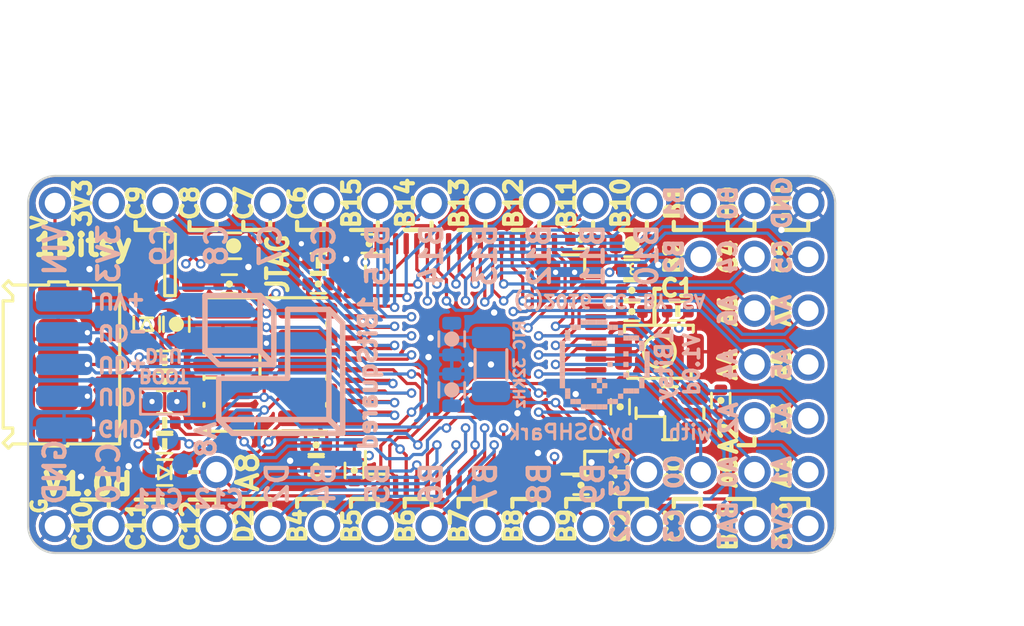
<source format=kicad_pcb>
(kicad_pcb (version 20221018) (generator pcbnew)
  (title_block (title "1BitSy") (rev "V1.0d") (company "1BitSquared") (comment 1 "(C) 2016 Piotr Esden-Tempski <piotr@esden.net>") (comment 2 "(C) 2016 1BitSquared LLC <info@1bitsquared.com>") (comment 3 "License: CC-BY-SA V4.0"))
  (layers (0 "F.Cu" signal) (1 "In1.Cu" signal) (2 "In2.Cu" signal) (31 "B.Cu" signal) (34 "B.Paste" user) (35 "F.Paste" user) (36 "B.SilkS" user "B.Silkscreen") (37 "F.SilkS" user "F.Silkscreen") (38 "B.Mask" user) (39 "F.Mask" user) (44 "Edge.Cuts" user))
  (net 0 "")
  (net 1 "/VIN")
  (net 2 "GND")
  (net 3 "Net-(C2-Pad1)")
  (net 4 "Net-(C3-Pad1)")
  (net 5 "+3V3")
  (net 6 "/OSC32_IN")
  (net 7 "/OSC32_OUT")
  (net 8 "/OSC_IN")
  (net 9 "/OSC_OUT")
  (net 10 "/USB_VBUS")
  (net 11 "/BOOT0")
  (net 12 "Net-(C16-Pad1)")
  (net 13 "Net-(C17-Pad1)")
  (net 14 "/JTAG_RST")
  (net 15 "Net-(LED1-PadA)")
  (net 16 "/PA0")
  (net 17 "/PA1")
  (net 18 "/PA2")
  (net 19 "/PA3")
  (net 20 "/PA4")
  (net 21 "/PA5")
  (net 22 "/PA6")
  (net 23 "/PA7")
  (net 24 "/PA8")
  (net 25 "/PC0")
  (net 26 "/PC2")
  (net 27 "/PC3")
  (net 28 "/PC4")
  (net 29 "/PC5")
  (net 30 "/PC6")
  (net 31 "/PC7")
  (net 32 "/PC8")
  (net 33 "/PC9")
  (net 34 "/PC10")
  (net 35 "/PC11")
  (net 36 "/PC12")
  (net 37 "/PC13")
  (net 38 "/USB_D-")
  (net 39 "/USB_D+")
  (net 40 "/USB_ID")
  (net 41 "/PB0")
  (net 42 "/PB1")
  (net 43 "/PB4")
  (net 44 "/PB5")
  (net 45 "/PB6")
  (net 46 "/PB7")
  (net 47 "/PB8")
  (net 48 "/PB9")
  (net 49 "/PB10")
  (net 50 "/PB11")
  (net 51 "/PB12")
  (net 52 "/PB13")
  (net 53 "/PB14")
  (net 54 "/PB15")
  (net 55 "/JTAG_TMS")
  (net 56 "/JTAG_TCK")
  (net 57 "/JTAG_TDI")
  (net 58 "/JTAG_TDO")
  (net 59 "Net-(C15-Pad1)")
  (net 60 "/PB2")
  (net 61 "/BUTTON")
  (net 62 "/VBAT")
  (net 63 "/PD2")
  (footprint "pkl_dipol:C_0603" (layer "F.Cu") (at 107.33 43.82 -90)
    (fp_text reference "C1")
    (fp_text value "4u7")
  )
  (footprint "pkl_dipol:C_0402" (layer "F.Cu") (at 128.83 42.22)
    (fp_text reference "C2")
    (fp_text value "1u")
  )
  (footprint "pkl_dipol:C_0402" (layer "F.Cu") (at 109.83 41.92)
    (fp_text reference "C3")
    (fp_text value "470p")
  )
  (footprint "pkl_dipol:C_0402" (layer "F.Cu") (at 128.829999 43.22)
    (fp_text reference "C4")
    (fp_text value "100n")
  )
  (footprint "pkl_dipol:C_0603" (layer "F.Cu") (at 128.83 40.02)
    (fp_text reference "C5")
    (fp_text value "4u7")
  )
  (footprint "pkl_dipol:C_0402" (layer "F.Cu") (at 128.28 47.72 -90)
    (fp_text reference "C8")
    (fp_text value "10p")
  )
  (footprint "pkl_dipol:C_0402" (layer "F.Cu") (at 133.03 47.42 90)
    (fp_text reference "C9")
    (fp_text value "10p")
  )
  (footprint "pkl_dipol:C_0402" (layer "F.Cu") (at 126.43 39.82)
    (fp_text reference "C10")
    (fp_text value "100n")
  )
  (footprint "pkl_dipol:C_0402" (layer "F.Cu") (at 116.43 40.02 180)
    (fp_text reference "C11")
    (fp_text value "100n")
  )
  (footprint "pkl_dipol:C_0402" (layer "F.Cu") (at 115.73 50.72 -90)
    (fp_text reference "C12")
    (fp_text value "100n")
  )
  (footprint "pkl_dipol:C_0603" (layer "F.Cu") (at 110.03 40.12)
    (fp_text reference "C13")
    (fp_text value "4u7")
  )
  (footprint "pkl_dipol:C_0402" (layer "F.Cu") (at 126.43 51.42)
    (fp_text reference "C14")
    (fp_text value "100n")
  )
  (footprint "pkl_dipol:C_0402" (layer "F.Cu") (at 106.78 46.52 180)
    (fp_text reference "C15")
    (fp_text value "1u")
  )
  (footprint "pkl_dipol:C_0402" (layer "F.Cu") (at 113.93 50.52 180)
    (fp_text reference "C16")
    (fp_text value "2u2")
  )
  (footprint "pkl_dipol:C_0402" (layer "F.Cu") (at 114.03 41.92 180)
    (fp_text reference "C17")
    (fp_text value "2u2")
  )
  (footprint "pkl_dipol:C_0402" (layer "F.Cu") (at 113.93 49.52 180)
    (fp_text reference "C18")
    (fp_text value "100n")
  )
  (footprint "pkl_dipol:D_0603" (layer "F.Cu") (at 105.93 43.82 -90)
    (fp_text reference "D1")
    (fp_text value ">100mA")
  )
  (footprint "pkl_dipol:L_0402" (layer "F.Cu") (at 128.83 41.22)
    (fp_text reference "L1")
    (fp_text value "Ferr")
  )
  (footprint "pkl_dipol:D_0603" (layer "F.Cu") (at 106.78 50.82 180)
    (fp_text reference "LED1")
    (fp_text value "ORA")
  )
  (footprint "pkl_pin_headers:Pin_Header_Straight_Round_1x01" (layer "F.Cu") (at 134.62 50.8 180)
    (fp_text reference "P1" hide)
    (fp_text value "CONN_01X01" hide)
  )
  (footprint "pkl_pin_headers:Pin_Header_Straight_Round_1x01" (layer "F.Cu") (at 137.16 50.8 180)
    (fp_text reference "P2" hide)
    (fp_text value "CONN_01X01" hide)
  )
  (footprint "pkl_pin_headers:Pin_Header_Straight_Round_1x01" (layer "F.Cu") (at 134.62 48.26 180)
    (fp_text reference "P3" hide)
    (fp_text value "CONN_01X01" hide)
  )
  (footprint "pkl_pin_headers:Pin_Header_Straight_Round_1x01" (layer "F.Cu") (at 137.16 48.26 180)
    (fp_text reference "P4" hide)
    (fp_text value "CONN_01X01" hide)
  )
  (footprint "pkl_pin_headers:Pin_Header_Straight_Round_1x01" (layer "F.Cu") (at 134.62 45.72 180)
    (fp_text reference "P5" hide)
    (fp_text value "CONN_01X01" hide)
  )
  (footprint "pkl_pin_headers:Pin_Header_Straight_Round_1x01" (layer "F.Cu") (at 137.16 45.72)
    (fp_text reference "P6" hide)
    (fp_text value "CONN_01X01" hide)
  )
  (footprint "pkl_pin_headers:Pin_Header_Straight_Round_1x01" (layer "F.Cu") (at 134.62 43.18 180)
    (fp_text reference "P7" hide)
    (fp_text value "CONN_01X01" hide)
  )
  (footprint "pkl_pin_headers:Pin_Header_Straight_Round_1x01" (layer "F.Cu") (at 137.16 43.18 180)
    (fp_text reference "P8" hide)
    (fp_text value "CONN_01X01" hide)
  )
  (footprint "pkl_pin_headers:Pin_Header_Straight_Round_1x01" (layer "F.Cu") (at 109.22 50.8)
    (fp_text reference "P9" hide)
    (fp_text value "CONN_01X01" hide)
  )
  (footprint "pkl_pin_headers:Pin_Header_Straight_Round_1x01" (layer "F.Cu") (at 132.08 50.8)
    (fp_text reference "P10" hide)
    (fp_text value "CONN_01X01" hide)
  )
  (footprint "pkl_pin_headers:Pin_Header_Straight_Round_1x01" (layer "F.Cu") (at 111.76 53.34)
    (fp_text reference "P11" hide)
    (fp_text value "CONN_01X01" hide)
  )
  (footprint "pkl_pin_headers:Pin_Header_Straight_Round_1x01" (layer "F.Cu") (at 129.54 53.34)
    (fp_text reference "P12" hide)
    (fp_text value "CONN_01X01" hide)
  )
  (footprint "pkl_pin_headers:Pin_Header_Straight_Round_1x01" (layer "F.Cu") (at 132.08 53.34 180)
    (fp_text reference "P13" hide)
    (fp_text value "CONN_01X01" hide)
  )
  (footprint "pkl_pin_headers:Pin_Header_Straight_Round_1x01" (layer "F.Cu") (at 134.62 40.64)
    (fp_text reference "P14" hide)
    (fp_text value "CONN_01X01" hide)
  )
  (footprint "pkl_pin_headers:Pin_Header_Straight_Round_1x01" (layer "F.Cu") (at 137.16 40.64 180)
    (fp_text reference "P15" hide)
    (fp_text value "CONN_01X01" hide)
  )
  (footprint "pkl_pin_headers:Pin_Header_Straight_Round_1x01" (layer "F.Cu") (at 114.3 38.1)
    (fp_text reference "P16" hide)
    (fp_text value "CONN_01X01" hide)
  )
  (footprint "pkl_pin_headers:Pin_Header_Straight_Round_1x01" (layer "F.Cu") (at 111.76 38.1)
    (fp_text reference "P17" hide)
    (fp_text value "CONN_01X01" hide)
  )
  (footprint "pkl_pin_headers:Pin_Header_Straight_Round_1x01" (layer "F.Cu") (at 109.22 38.1)
    (fp_text reference "P18" hide)
    (fp_text value "CONN_01X01" hide)
  )
  (footprint "pkl_pin_headers:Pin_Header_Straight_Round_1x01" (layer "F.Cu") (at 106.68 38.1)
    (fp_text reference "P19" hide)
    (fp_text value "CONN_01X01" hide)
  )
  (footprint "pkl_pin_headers:Pin_Header_Straight_Round_1x01" (layer "F.Cu") (at 104.13 53.34)
    (fp_text reference "P20" hide)
    (fp_text value "CONN_01X01" hide)
  )
  (footprint "pkl_pin_headers:Pin_Header_Straight_Round_1x01" (layer "F.Cu") (at 106.68 53.34 180)
    (fp_text reference "P21" hide)
    (fp_text value "CONN_01X01" hide)
  )
  (footprint "pkl_pin_headers:Pin_Header_Straight_Round_1x01" (layer "F.Cu") (at 109.22 53.34)
    (fp_text reference "P22" hide)
    (fp_text value "CONN_01X01" hide)
  )
  (footprint "pkl_pin_headers:Pin_Header_Straight_Round_1x01" (layer "F.Cu") (at 129.54 50.8)
    (fp_text reference "P23" hide)
    (fp_text value "CONN_01X01" hide)
  )
  (footprint "pkl_connectors:Connector_USB_Micro_B_SMD" (layer "F.Cu") (at 101.755 45.72 180)
    (fp_text reference "P24")
    (fp_text value "USB_OTG")
  )
  (footprint "pkl_pin_headers:Pin_Header_Straight_Round_1x01" (layer "F.Cu") (at 134.62 38.1)
    (fp_text reference "P25" hide)
    (fp_text value "CONN_01X01" hide)
  )
  (footprint "pkl_pin_headers:Pin_Header_Straight_Round_1x01" (layer "F.Cu") (at 132.08 38.1)
    (fp_text reference "P26" hide)
    (fp_text value "CONN_01X01" hide)
  )
  (footprint "pkl_pin_headers:Pin_Header_Straight_Round_1x01" (layer "F.Cu") (at 132.08 40.64)
    (fp_text reference "P27" hide)
    (fp_text value "CONN_01X01" hide)
  )
  (footprint "pkl_pin_headers:Pin_Header_Straight_Round_1x01" (layer "F.Cu") (at 114.3 53.34)
    (fp_text reference "P28" hide)
    (fp_text value "CONN_01X01" hide)
  )
  (footprint "pkl_pin_headers:Pin_Header_Straight_Round_1x01" (layer "F.Cu") (at 116.84 53.34 180)
    (fp_text reference "P29" hide)
    (fp_text value "CONN_01X01" hide)
  )
  (footprint "pkl_pin_headers:Pin_Header_Straight_Round_1x01" (layer "F.Cu") (at 119.38 53.34 180)
    (fp_text reference "P30" hide)
    (fp_text value "CONN_01X01" hide)
  )
  (footprint "pkl_pin_headers:Pin_Header_Straight_Round_1x01" (layer "F.Cu") (at 121.92 53.34 180)
    (fp_text reference "P31" hide)
    (fp_text value "CONN_01X01" hide)
  )
  (footprint "pkl_pin_headers:Pin_Header_Straight_Round_1x01" (layer "F.Cu") (at 124.46 53.34 180)
    (fp_text reference "P32" hide)
    (fp_text value "CONN_01X01" hide)
  )
  (footprint "pkl_pin_headers:Pin_Header_Straight_Round_1x01" (layer "F.Cu") (at 127 53.34)
    (fp_text reference "P33" hide)
    (fp_text value "CONN_01X01" hide)
  )
  (footprint "pkl_pin_headers:Pin_Header_Straight_Round_1x01" (layer "F.Cu") (at 129.54 38.1 180)
    (fp_text reference "P34" hide)
    (fp_text value "CONN_01X01" hide)
  )
  (footprint "pkl_pin_headers:Pin_Header_Straight_Round_1x01" (layer "F.Cu") (at 127 38.1)
    (fp_text reference "P35" hide)
    (fp_text value "CONN_01X01" hide)
  )
  (footprint "pkl_pin_headers:Pin_Header_Straight_Round_1x01" (layer "F.Cu") (at 124.46 38.1)
    (fp_text reference "P36" hide)
    (fp_text value "CONN_01X01" hide)
  )
  (footprint "pkl_pin_headers:Pin_Header_Straight_Round_1x01" (layer "F.Cu") (at 121.92 38.1)
    (fp_text reference "P37" hide)
    (fp_text value "CONN_01X01" hide)
  )
  (footprint "pkl_pin_headers:Pin_Header_Straight_Round_1x01" (layer "F.Cu") (at 119.38 38.1)
    (fp_text reference "P38" hide)
    (fp_text value "CONN_01X01" hide)
  )
  (footprint "pkl_pin_headers:Pin_Header_Straight_Round_1x01" (layer "F.Cu") (at 116.84 38.1 180)
    (fp_text reference "P39" hide)
    (fp_text value "CONN_01X01" hide)
  )
  (footprint "pkl_dipol:R_0402" (layer "F.Cu") (at 106.78 45.52)
    (fp_text reference "R1")
    (fp_text value "10k")
  )
  (footprint "pkl_dipol:R_0402" (layer "F.Cu") (at 114.03 40.92 180)
    (fp_text reference "R2")
    (fp_text value "10k")
  )
  (footprint "pkl_dipol:R_0402" (layer "F.Cu") (at 106.78 48.47 180)
    (fp_text reference "R3")
    (fp_text value "10k")
  )
  (footprint "pkl_dipol:R_0402" (layer "F.Cu") (at 106.78 49.47)
    (fp_text reference "R4")
    (fp_text value "300")
  )
  (footprint "pkl_dipol:R_0402" (layer "F.Cu") (at 131 43.2 180)
    (fp_text reference "R5")
    (fp_text value "10k")
  )
  (footprint "pkl_housings_sot:SOT-23-5" (layer "F.Cu") (at 107.03 41.02 180)
    (fp_text reference "U1")
    (fp_text value "VREG_3V3")
  )
  (footprint "pkl_housings_qfp:LQFP-64_10x10mm_Pitch0.5mm" (layer "F.Cu") (at 121.43 45.72 180)
    (fp_text reference "U2")
    (fp_text value "STM32F415RGT")
  )
  (footprint "pkl_misc:ABM8" (layer "F.Cu") (at 130.63 48.02)
    (fp_text reference "X2")
    (fp_text value "25MHz")
  )
  (footprint "pkl_samtec:FTSH-105-XX-X-DV" (layer "F.Cu") (at 111.53 45.72 90)
    (fp_text reference "X3")
    (fp_text value "JTAG-10")
  )
  (footprint "pkl_pin_headers:Pin_Header_Straight_Round_1x01" (layer "F.Cu") (at 101.6 38.1)
    (fp_text reference "P40" hide)
    (fp_text value "CONN_01X01" hide)
  )
  (footprint "pkl_pin_headers:Pin_Header_Straight_Round_1x01" (layer "F.Cu") (at 101.6 53.34)
    (fp_text reference "P41" hide)
    (fp_text value "CONN_01X01" hide)
  )
  (footprint "pkl_buttons_switches:Tact_Switch_Top_B3U-1000P" (layer "F.Cu") (at 130.13 45.12 -90)
    (fp_text reference "SW1")
    (fp_text value "TACT_G")
  )
  (footprint "pkl_pin_headers:Pin_Header_Straight_Round_1x01" (layer "F.Cu") (at 104.14 38.1)
    (fp_text reference "P42" hide)
    (fp_text value "CONN_01X01" hide)
  )
  (footprint "pkl_misc:via0305" (layer "F.Cu") (at 105.0798 50.5206)
    (fp_text reference "REF**" hide)
    (fp_text value "via0305" hide)
  )
  (footprint "pkl_misc:via0305" (layer "F.Cu") (at 103.23 41.22)
    (fp_text reference "REF**" hide)
    (fp_text value "via0305" hide)
  )
  (footprint "pkl_pin_headers:Pin_Header_Straight_Round_1x01" (layer "F.Cu") (at 134.62 53.34)
    (fp_text reference "P53" hide)
    (fp_text value "CONN_01X01" hide)
  )
  (footprint "pkl_pin_headers:Pin_Header_Straight_Round_1x01" (layer "F.Cu") (at 137.16 53.34)
    (fp_text reference "P54" hide)
    (fp_text value "CONN_01X01" hide)
  )
  (footprint "pkl_pin_headers:Pin_Header_Straight_Round_1x01" (layer "F.Cu") (at 137.16 38.1)
    (fp_text reference "P55" hide)
    (fp_text value "CONN_01X01" hide)
  )
  (footprint "pkl_misc:via0305" (layer "F.Cu") (at 119.33 44.47)
    (fp_text reference "REF**" hide)
    (fp_text value "via0305" hide)
  )
  (footprint "pkl_misc:via0305" (layer "F.Cu") (at 122.18 45.72)
    (fp_text reference "REF**" hide)
    (fp_text value "via0305" hide)
  )
  (footprint "pkl_misc:via0305" (layer "F.Cu") (at 122.33 43.27)
    (fp_text reference "REF**" hide)
    (fp_text value "via0305" hide)
  )
  (footprint "pkl_misc:via0305" (layer "F.Cu") (at 102.83 51.02)
    (fp_text reference "REF**" hide)
    (fp_text value "via0305" hide)
  )
  (footprint "pkl_misc:via0305" (layer "F.Cu") (at 110.73 41.12)
    (fp_text reference "REF**" hide)
    (fp_text value "via0305" hide)
  )
  (footprint "pkl_misc:via0305" (layer "F.Cu") (at 126.9238 50.3428)
    (fp_text reference "REF**" hide)
    (fp_text value "via0305" hide)
  )
  (footprint "pkl_misc:via0305" (layer "F.Cu") (at 119.23 45.37)
    (fp_text reference "REF**" hide)
    (fp_text value "via0305" hide)
  )
  (footprint "pkl_misc:via0305" (layer "F.Cu") (at 135.89 39.37)
    (fp_text reference "REF**" hide)
    (fp_text value "via0305" hide)
  )
  (footprint "pkl_misc:via0305" (layer "F.Cu") (at 124.4 49.9)
    (fp_text reference "REF**" hide)
    (fp_text value "via0305" hide)
  )
  (footprint "pkl_misc:via0305" (layer "F.Cu") (at 123.43 48.02)
    (fp_text reference "REF**" hide)
    (fp_text value "via0305" hide)
  )
  (footprint "pkl_misc:via0305" (layer "F.Cu") (at 126.18 47.12)
    (fp_text reference "REF**" hide)
    (fp_text value "via0305" hide)
  )
  (footprint "pkl_misc:via0305" (layer "F.Cu") (at 130.23 48.02)
    (fp_text reference "REF**" hide)
    (fp_text value "via0305" hide)
  )
  (footprint "pkl_misc:via0305" (layer "F.Cu") (at 112.6998 50.2666)
    (fp_text reference "REF**" hide)
    (fp_text value "via0305" hide)
  )
  (footprint "pkl_misc:via0305" (layer "F.Cu") (at 130.08 41.02)
    (fp_text reference "REF**" hide)
    (fp_text value "via0305" hide)
  )
  (footprint "pkl_misc:via0305" (layer "F.Cu") (at 115.35 40.75)
    (fp_text reference "REF**" hide)
    (fp_text value "via0305" hide)
  )
  (footprint "pkl_dipol:C_0603" (layer "B.Cu") (at 120.33 46.92 -90)
    (fp_text reference "C6")
    (fp_text value "10p")
  )
  (footprint "pkl_dipol:C_0603" (layer "B.Cu") (at 120.33 44.52 90)
    (fp_text reference "C7")
    (fp_text value "10p")
  )
  (footprint "pkl_jumpers:J_0603" (layer "B.Cu") (at 106.78 47.47)
    (fp_text reference "J1" hide)
    (fp_text value "BOOT" hide)
  )
  (footprint "pkl_misc:ABS07" (layer "B.Cu") (at 122.18 45.72 -90)
    (fp_text reference "X1")
    (fp_text value "32.768kHz")
  )
  (footprint "pkl_pads:POGO_PAD_SMD_R_1x1" (layer "B.Cu") (at 106.93 42.12)
    (fp_text reference "P43" hide)
    (fp_text value "TP" hide)
  )
  (footprint "pkl_pads:POGO_PAD_SMD_R_1x1" (layer "B.Cu") (at 106.93 43.72)
    (fp_text reference "P44" hide)
    (fp_text value "TP" hide)
  )
  (footprint "pkl_pads:POGO_PAD_SMD_R_1x1" (layer "B.Cu") (at 106.23 50.42)
    (fp_text reference "P45" hide)
    (fp_text value "TP" hide)
  )
  (footprint "pkl_pads:POGO_PAD_SMD_R_1x1" (layer "B.Cu") (at 107.63 50.42)
    (fp_text reference "P46" hide)
    (fp_text value "TP" hide)
  )
  (footprint "pkl_pads:POGO_PAD_SMD_R_1x1" (layer "B.Cu") (at 106.93 49.22)
    (fp_text reference "P47" hide)
    (fp_text value "TP" hide)
  )
  (footprint "pkl_pads:PAD_SMD_1x2.65" (layer "B.Cu") (at 102.03 42.72)
    (fp_text reference "P48" hide)
    (fp_text value "CONN_01X01" hide)
  )
  (footprint "pkl_pads:PAD_SMD_1x2.65" (layer "B.Cu") (at 102.03 44.22)
    (fp_text reference "P49" hide)
    (fp_text value "CONN_01X01" hide)
  )
  (footprint "pkl_pads:PAD_SMD_1x2.65" (layer "B.Cu") (at 102.03 45.72)
    (fp_text reference "P50" hide)
    (fp_text value "CONN_01X01" hide)
  )
  (footprint "pkl_pads:PAD_SMD_1x2.65" (layer "B.Cu") (at 102.03 47.22)
    (fp_text reference "P51" hide)
    (fp_text value "CONN_01X01" hide)
  )
  (footprint "pkl_pads:PAD_SMD_1x2.65" (layer "B.Cu") (at 102.03 48.72)
    (fp_text reference "P52" hide)
    (fp_text value "CONN_01X01" hide)
  )
  (footprint "pkl_logos:1bitsy_silk_025grid" (layer "B.Cu") (at 127.0508 45.72 -90)
    (fp_text reference "REF**" hide)
    (fp_text value "1bitsy_copper_025grid" hide)
  )
  (footprint "pkl_logos:heart_mask_015grid" (layer "B.Cu") (at 129.6718 48.8696 180)
    (fp_text reference "REF**" hide)
    (fp_text value "heart_mask_010grid" hide)
  )
  (footprint "pkl_logos:1b2_Logo_SilkS_6.5mm" (layer "B.Cu") (at 111.93 45.72 -90)
    (fp_text reference "REF**" hide)
    (fp_text value "1b2_Logo_SilkS_6.5mm" hide)
  )
  (gr_line (start 121.92 39.37) (end 121.92 39.0144) (stroke (width 0.2)) (layer "F.SilkS"))
  (gr_line (start 119.38 52.07) (end 119.38 52.4256) (stroke (width 0.2)) (layer "F.SilkS"))
  (gr_line (start 115.57 39.37) (end 116.84 39.37) (stroke (width 0.2)) (layer "F.SilkS"))
  (gr_line (start 108.3056 50.8) (end 107.9754 50.8) (stroke (width 0.2)) (layer "F.SilkS"))
  (gr_line (start 109.22 52.0954) (end 109.22 52.4256) (stroke (width 0.2)) (layer "F.SilkS"))
  (gr_line (start 114.3 52.07) (end 114.3 52.4256) (stroke (width 0.2)) (layer "F.SilkS"))
  (gr_line (start 105.41 52.0954) (end 106.68 52.0954) (stroke (width 0.2)) (layer "F.SilkS"))
  (gr_line (start 130.81 52.07) (end 132.08 52.07) (stroke (width 0.2)) (layer "F.SilkS"))
  (gr_line (start 118.11 39.37) (end 119.38 39.37) (stroke (width 0.2)) (layer "F.SilkS"))
  (gr_line (start 128.27 52.451) (end 128.27 52.07) (stroke (width 0.2)) (layer "F.SilkS"))
  (gr_line (start 134.62 49.53) (end 134.62 49.1744) (stroke (width 0.2)) (layer "F.SilkS"))
  (gr_line (start 102.87 52.0954) (end 104.14 52.0954) (stroke (width 0.2)) (layer "F.SilkS"))
  (gr_line (start 109.22 39.37) (end 109.22 39.0144) (stroke (width 0.2)) (layer "F.SilkS"))
  (gr_line (start 132.08 52.07) (end 132.08 52.4256) (stroke (width 0.2)) (layer "F.SilkS"))
  (gr_line (start 104.14 52.0954) (end 104.14 52.4256) (stroke (width 0.2)) (layer "F.SilkS"))
  (gr_line (start 134.62 39.37) (end 134.62 39.0144) (stroke (width 0.2)) (layer "F.SilkS"))
  (gr_line (start 124.46 52.07) (end 124.46 52.4256) (stroke (width 0.2)) (layer "F.SilkS"))
  (gr_line (start 125.73 52.451) (end 125.73 52.07) (stroke (width 0.2)) (layer "F.SilkS"))
  (gr_line (start 128.27 39.37) (end 129.54 39.37) (stroke (width 0.2)) (layer "F.SilkS"))
  (gr_line (start 110.49 38.989) (end 110.49 39.37) (stroke (width 0.2)) (layer "F.SilkS"))
  (gr_line (start 135.89 52.07) (end 137.16 52.07) (stroke (width 0.2)) (layer "F.SilkS"))
  (gr_line (start 123.19 52.451) (end 123.19 52.07) (stroke (width 0.2)) (layer "F.SilkS"))
  (gr_line (start 113.03 52.07) (end 114.3 52.07) (stroke (width 0.2)) (layer "F.SilkS"))
  (gr_line (start 130.81 39.37) (end 132.08 39.37) (stroke (width 0.2)) (layer "F.SilkS"))
  (gr_line (start 113.03 39.37) (end 114.3 39.37) (stroke (width 0.2)) (layer "F.SilkS"))
  (gr_line (start 110.49 39.37) (end 111.76 39.37) (stroke (width 0.2)) (layer "F.SilkS"))
  (gr_line (start 125.73 39.37) (end 127 39.37) (stroke (width 0.2)) (layer "F.SilkS"))
  (gr_line (start 107.95 52.0954) (end 109.22 52.0954) (stroke (width 0.2)) (layer "F.SilkS"))
  (gr_line (start 137.16 52.07) (end 137.16 52.4256) (stroke (width 0.2)) (layer "F.SilkS"))
  (gr_line (start 111.76 52.07) (end 111.76 52.4256) (stroke (width 0.2)) (layer "F.SilkS"))
  (gr_line (start 130.15 42.15) (end 129.9 42.15) (stroke (width 0.2)) (layer "F.SilkS"))
  (gr_line (start 124.46 39.37) (end 124.46 39.0144) (stroke (width 0.2)) (layer "F.SilkS"))
  (gr_line (start 130.81 52.451) (end 130.81 52.07) (stroke (width 0.2)) (layer "F.SilkS"))
  (gr_line (start 118.11 52.07) (end 118.11 52.451) (stroke (width 0.2)) (layer "F.SilkS"))
  (gr_line (start 127 52.07) (end 127 52.4256) (stroke (width 0.2)) (layer "F.SilkS"))
  (gr_line (start 105.41 39.37) (end 106.68 39.37) (stroke (width 0.2)) (layer "F.SilkS"))
  (gr_line (start 106.68 39.37) (end 106.68 39.0144) (stroke (width 0.2)) (layer "F.SilkS"))
  (gr_line (start 114.3 39.37) (end 114.3 39.0144) (stroke (width 0.2)) (layer "F.SilkS"))
  (gr_line (start 120.65 52.451) (end 120.65 52.07) (stroke (width 0.2)) (layer "F.SilkS"))
  (gr_line (start 118.11 52.07) (end 119.38 52.07) (stroke (width 0.2)) (layer "F.SilkS"))
  (gr_line (start 137.16 39.37) (end 137.16 39.0144) (stroke (width 0.2)) (layer "F.SilkS"))
  (gr_line (start 105.41 38.989) (end 105.41 39.37) (stroke (width 0.2)) (layer "F.SilkS"))
  (gr_line (start 116.84 52.07) (end 116.84 52.4256) (stroke (width 0.2)) (layer "F.SilkS"))
  (gr_line (start 106.68 52.0954) (end 106.68 52.4256) (stroke (width 0.2)) (layer "F.SilkS"))
  (gr_line (start 107.95 38.989) (end 107.95 39.37) (stroke (width 0.2)) (layer "F.SilkS"))
  (gr_line (start 121.92 52.07) (end 121.92 52.4256) (stroke (width 0.2)) (layer "F.SilkS"))
  (gr_line (start 110.49 52.451) (end 110.49 52.07) (stroke (width 0.2)) (layer "F.SilkS"))
  (gr_line (start 113.03 52.07) (end 113.03 52.451) (stroke (width 0.2)) (layer "F.SilkS"))
  (gr_line (start 129.9 42.15) (end 129.9 43.85) (stroke (width 0.2)) (layer "F.SilkS"))
  (gr_line (start 123.19 39.37) (end 124.46 39.37) (stroke (width 0.2)) (layer "F.SilkS"))
  (gr_line (start 133.35 38.989) (end 133.35 39.37) (stroke (width 0.2)) (layer "F.SilkS"))
  (gr_line (start 123.19 52.07) (end 124.46 52.07) (stroke (width 0.2)) (layer "F.SilkS"))
  (gr_line (start 133.8692 49.53) (end 134.62 49.53) (stroke (width 0.2)) (layer "F.SilkS"))
  (gr_line (start 113.03 38.989) (end 113.03 39.37) (stroke (width 0.2)) (layer "F.SilkS"))
  (gr_line (start 134.62 52.07) (end 134.62 52.4256) (stroke (width 0.2)) (layer "F.SilkS"))
  (gr_line (start 133.35 39.37) (end 134.62 39.37) (stroke (width 0.2)) (layer "F.SilkS"))
  (gr_line (start 129.54 39.37) (end 129.54 39.0144) (stroke (width 0.2)) (layer "F.SilkS"))
  (gr_line (start 133.35 52.07) (end 134.62 52.07) (stroke (width 0.2)) (layer "F.SilkS"))
  (gr_line (start 130.81 38.989) (end 130.81 39.37) (stroke (width 0.2)) (layer "F.SilkS"))
  (gr_line (start 119.38 39.37) (end 119.38 39.0144) (stroke (width 0.2)) (layer "F.SilkS"))
  (gr_line (start 115.57 52.07) (end 116.84 52.07) (stroke (width 0.2)) (layer "F.SilkS"))
  (gr_line (start 125.73 52.07) (end 127 52.07) (stroke (width 0.2)) (layer "F.SilkS"))
  (gr_line (start 129.54 52.07) (end 129.54 52.4256) (stroke (width 0.2)) (layer "F.SilkS"))
  (gr_line (start 110.49 52.07) (end 111.76 52.07) (stroke (width 0.2)) (layer "F.SilkS"))
  (gr_line (start 127 39.37) (end 127 39.0144) (stroke (width 0.2)) (layer "F.SilkS"))
  (gr_line (start 107.95 39.37) (end 109.22 39.37) (stroke (width 0.2)) (layer "F.SilkS"))
  (gr_line (start 116.84 39.37) (end 116.84 39.0144) (stroke (width 0.2)) (layer "F.SilkS"))
  (gr_line (start 111.76 39.37) (end 111.76 39.0144) (stroke (width 0.2)) (layer "F.SilkS"))
  (gr_line (start 115.57 52.07) (end 115.57 52.451) (stroke (width 0.2)) (layer "F.SilkS"))
  (gr_line (start 132.08 39.37) (end 132.08 39.0144) (stroke (width 0.2)) (layer "F.SilkS"))
  (gr_line (start 120.65 52.07) (end 121.92 52.07) (stroke (width 0.2)) (layer "F.SilkS"))
  (gr_line (start 128.27 52.07) (end 129.54 52.07) (stroke (width 0.2)) (layer "F.SilkS"))
  (gr_line (start 135.89 39.37) (end 137.16 39.37) (stroke (width 0.2)) (layer "F.SilkS"))
  (gr_line (start 120.65 39.37) (end 121.92 39.37) (stroke (width 0.2)) (layer "F.SilkS"))
  (gr_line (start 138.43 38.12) (end 138.43 53.32) (stroke (width 0.1)) (layer "Edge.Cuts"))
  (gr_arc (start 138.43 53.32) (mid 138.049239 54.239239) (end 137.13 54.62) (stroke (width 0.1)) (layer "Edge.Cuts"))
  (gr_line (start 101.63 36.82) (end 137.13 36.82) (stroke (width 0.1)) (layer "Edge.Cuts"))
  (gr_arc (start 137.13 36.82) (mid 138.049239 37.200761) (end 138.43 38.12) (stroke (width 0.1)) (layer "Edge.Cuts"))
  (gr_arc (start 100.33 38.12) (mid 100.710761 37.200761) (end 101.63 36.82) (stroke (width 0.1)) (layer "Edge.Cuts"))
  (gr_arc (start 101.63 54.62) (mid 100.710761 54.239239) (end 100.33 53.32) (stroke (width 0.1)) (layer "Edge.Cuts"))
  (gr_line (start 100.33 53.32) (end 100.33 38.12) (stroke (width 0.1)) (layer "Edge.Cuts"))
  (gr_line (start 137.13 54.62) (end 101.63 54.62) (stroke (width 0.1)) (layer "Edge.Cuts"))
  (gr_text "VIN" (at 101.6 38.989 90) (layer "B.SilkS") (effects (font (size 1 1) (thickness 0.2)) (justify left mirror)))
  (gr_text "3V3" (at 104.14 38.989 90) (layer "B.SilkS") (effects (font (size 1 1) (thickness 0.2)) (justify left mirror)))
  (gr_text "V1.0d" (at 131.66 45.72 90) (layer "B.SilkS") (effects (font (size 0.7 0.7) (thickness 0.175)) (justify mirror)))
  (gr_text "(C)2016 CC-BY-SA" (at 132.38 42.72 180) (layer "B.SilkS") (effects (font (size 0.6 0.6) (thickness 0.14)) (justify right mirror)))
  (gr_text "UV+" (at 103.53 42.72 180) (layer "B.SilkS") (effects (font (size 0.7 0.7) (thickness 0.175)) (justify left mirror)))
  (gr_text "UD-" (at 103.53 44.22 180) (layer "B.SilkS") (effects (font (size 0.7 0.7) (thickness 0.175)) (justify left mirror)))
  (gr_text "UD+" (at 103.53 45.72 180) (layer "B.SilkS") (effects (font (size 0.7 0.7) (thickness 0.175)) (justify left mirror)))
  (gr_text "UID" (at 103.53 47.22 180) (layer "B.SilkS") (effects (font (size 0.7 0.7) (thickness 0.175)) (justify left mirror)))
  (gr_text "GND" (at 103.53 48.72 180) (layer "B.SilkS") (effects (font (size 0.7 0.7) (thickness 0.175)) (justify left mirror)))
  (gr_text "BOOT\nDFU" (at 106.73 45.77 180) (layer "B.SilkS") (effects (font (size 0.6 0.6)) (justify mirror)))
  (gr_text "RTC 32KHz" (at 123.53 45.72 90) (layer "B.SilkS") (effects (font (size 0.5 0.5) (thickness 0.125)) (justify mirror)))
  (gr_text "A8" (at 108.73 49.27 90) (layer "B.SilkS") (effects (font (size 0.9 0.9) (thickness 0.2)) (justify mirror)))
  (gr_text "B2" (at 130.8354 40.6146 90) (layer "B.SilkS") (effects (font (size 0.8 0.8) (thickness 0.2)) (justify mirror)))
  (gr_text "1Bitsy" (at 130.36 45.72 90) (layer "B.SilkS") (effects (font (size 0.75 0.75) (thickness 0.1875)) (justify mirror)))
  (gr_text "OSHPark" (at 122.93 48.9184) (layer "B.SilkS") (effects (font (size 0.7 0.7) (thickness 0.14)) (justify right mirror)))
  (gr_text "C0" (at 130.8354 50.8 90) (layer "B.SilkS") (effects (font (size 0.8 0.8) (thickness 0.2)) (justify mirror)))
  (gr_text "C13" (at 128.27 50.8 90) (layer "B.SilkS") (effects (font (size 0.8 0.8) (thickness 0.2)) (justify mirror)))
  (gr_text "C9" (at 106.68 38.989 90) (layer "B.SilkS") (effects (font (size 1 1) (thickness 0.2)) (justify left mirror)))
  (gr_text "C8" (at 109.22 38.989 90) (layer "B.SilkS") (effects (font (size 1 1) (thickness 0.2)) (justify left mirror)))
  (gr_text "C7" (at 111.76 38.989 90) (layer "B.SilkS") (effects (font (size 1 1) (thickness 0.2)) (justify left mirror)))
  (gr_text "C6" (at 114.3 38.989 90) (layer "B.SilkS") (effects (font (size 1 1) (thickness 0.2)) (justify left mirror)))
  (gr_text "B15" (at 116.84 38.989 90) (layer "B.SilkS") (effects (font (size 1 1) (thickness 0.2)) (justify left mirror)))
  (gr_text "B14" (at 119.38 38.989 90) (layer "B.SilkS") (effects (font (size 1 1) (thickness 0.2)) (justify left mirror)))
  (gr_text "B13" (at 121.92 38.989 90) (layer "B.SilkS") (effects (font (size 1 1) (thickness 0.2)) (justify left mirror)))
  (gr_text "B12" (at 124.46 38.989 90) (layer "B.SilkS") (effects (font (size 1 1) (thickness 0.2)) (justify left mirror)))
  (gr_text "B11" (at 127 38.989 90) (layer "B.SilkS") (effects (font (size 1 1) (thickness 0.2)) (justify left mirror)))
  (gr_text "B10" (at 129.54 38.989 90) (layer "B.SilkS") (effects (font (size 1 1) (thickness 0.2)) (justify left mirror)))
  (gr_text "B1" (at 130.8354 38.1 90) (layer "B.SilkS") (effects (font (size 0.8 0.8) (thickness 0.2)) (justify mirror)))
  (gr_text "B0" (at 133.3754 38.1 90) (layer "B.SilkS") (effects (font (size 0.8 0.8) (thickness 0.2)) (justify mirror)))
  (gr_text "C10" (at 104.14 52.451 90) (layer "B.SilkS") (effects (font (size 1 1) (thickness 0.2)) (justify right mirror)))
  (gr_text "C11" (at 106.48 52.07) (layer "B.SilkS") (effects (font (size 0.8 0.8) (thickness 0.2)) (justify mirror)))
  (gr_text "C12" (at 109.33 52.07) (layer "B.SilkS") (effects (font (size 0.8 0.8) (thickness 0.2)) (justify mirror)))
  (gr_text "D2" (at 112.0902 52.451 90) (layer "B.SilkS") (effects (font (size 1 1) (thickness 0.2)) (justify right mirror)))
  (gr_text "B4" (at 114.3 52.451 90) (layer "B.SilkS") (effects (font (size 1 1) (thickness 0.2)) (justify right mirror)))
  (gr_text "B5" (at 116.84 52.451 90) (layer "B.SilkS") (effects (font (size 1 1) (thickness 0.2)) (justify right mirror)))
  (gr_text "B6" (at 119.3546 52.451 90) (layer "B.SilkS") (effects (font (size 1 1) (thickness 0.2)) (justify right mirror)))
  (gr_text "B7" (at 121.92 52.451 90) (layer "B.SilkS") (effects (font (size 1 1) (thickness 0.2)) (justify right mirror)))
  (gr_text "B8" (at 124.46 52.451 90) (layer "B.SilkS") (effects (font (size 1 1) (thickness 0.2)) (justify right mirror)))
  (gr_text "B9" (at 127 52.451 90) (layer "B.SilkS") (effects (font (size 1 1) (thickness 0.2)) (justify right mirror)))
  (gr_text "C2" (at 128.2954 53.34 90) (layer "B.SilkS") (effects (font (size 0.8 0.8) (thickness 0.2)) (justify mirror)))
  (gr_text "C3" (at 130.8354 53.34 90) (layer "B.SilkS") (effects (font (size 0.8 0.8) (thickness 0.2)) (justify mirror)))
  (gr_text "BAT" (at 133.3754 53.2384 90) (layer "B.SilkS") (effects (font (size 0.8 0.8) (thickness 0.2)) (justify mirror)))
  (gr_text "3V3" (at 135.9408 53.34 90) (layer "B.SilkS") (effects (font (size 0.8 0.8) (thickness 0.2)) (justify mirror)))
  (gr_text "GND" (at 135.9154 38.1 90) (layer "B.SilkS") (effects (font (size 0.8 0.8) (thickness 0.2)) (justify mirror)))
  (gr_text "C5" (at 135.9408 40.64 90) (layer "B.SilkS") (effects (font (size 0.8 0.8) (thickness 0.2)) (justify mirror)))
  (gr_text "C4" (at 133.3754 40.64 90) (layer "B.SilkS") (effects (font (size 0.8 0.8) (thickness 0.2)) (justify mirror)))
  (gr_text "A6" (at 133.3754 43.18 90) (layer "B.SilkS") (effects (font (size 0.8 0.8) (thickness 0.2)) (justify mirror)))
  (gr_text "A7" (at 135.9154 43.18 90) (layer "B.SilkS") (effects (font (size 0.8 0.8) (thickness 0.2)) (justify mirror)))
  (gr_text "A4" (at 133.3754 45.72 90) (layer "B.SilkS") (effects (font (size 0.8 0.8) (thickness 0.2)) (justify mirror)))
  (gr_text "A5" (at 135.9154 45.72 90) (layer "B.SilkS") (effects (font (size 0.8 0.8) (thickness 0.2)) (justify mirror)))
  (gr_text "A3" (at 135.9154 48.26 90) (layer "B.SilkS") (effects (font (size 0.8 0.8) (thickness 0.2)) (justify mirror)))
  (gr_text "A2" (at 133.4 48.26 90) (layer "B.SilkS") (effects (font (size 0.8 0.8) (thickness 0.2)) (justify mirror)))
  (gr_text "A1" (at 135.9154 50.8 90) (layer "B.SilkS") (effects (font (size 0.8 0.8) (thickness 0.2)) (justify mirror)))
  (gr_text "A0" (at 133.3754 50.8 90) (layer "B.SilkS") (effects (font (size 0.8 0.8) (thickness 0.2)) (justify mirror)))
  (gr_text "with   by" (at 127.68 48.9184) (layer "B.SilkS") (effects (font (size 0.7 0.7) (thickness 0.14)) (justify right mirror)))
  (gr_text "1BitSquared" (at 116.38 46.12 90) (layer "B.SilkS") (effects (font (size 0.8 0.8) (thickness 0.2)) (justify mirror)))
  (gr_text "GND" (at 101.6 52.451 90) (layer "B.SilkS") (effects (font (size 1 1) (thickness 0.2)) (justify right mirror)))
  (gr_text "1Bitsy" (at 100.48 40.0812) (layer "F.SilkS") (effects (font (size 1 1) (thickness 0.25)) (justify left)))
  (gr_text "V1.0d" (at 100.93 51.37) (layer "F.SilkS") (effects (font (size 1 1) (thickness 0.25)) (justify left)))
  (gr_text "JTAG" (at 112.1156 40.9702 90) (layer "F.SilkS") (effects (font (size 1 0.8) (thickness 0.2))))
  (gr_text "B2" (at 130.8 40.65 90) (layer "F.SilkS") (effects (font (size 0.8 0.8) (thickness 0.2))))
  (gr_text "C1" (at 130.9878 42.1132) (layer "F.SilkS") (effects (font (size 0.8 0.8) (thickness 0.2))))
  (gr_text "A8" (at 110.6932 50.8 90) (layer "F.SilkS") (effects (font (size 1 1) (thickness 0.2))))
  (gr_text "G" (at 100.8634 52.4002 90) (layer "F.SilkS") (effects (font (size 0.7 0.7) (thickness 0.175))))
  (gr_text "C10" (at 102.8954 53.34 90) (layer "F.SilkS") (effects (font (size 0.8 0.8) (thickness 0.2))))
  (gr_text "C11" (at 105.4354 53.34 90) (layer "F.SilkS") (effects (font (size 0.8 0.8) (thickness 0.2))))
  (gr_text "C12" (at 107.9754 53.34 90) (layer "F.SilkS") (effects (font (size 0.8 0.8) (thickness 0.2))))
  (gr_text "D2" (at 110.5154 53.34 90) (layer "F.SilkS") (effects (font (size 0.8 0.8) (thickness 0.2))))
  (gr_text "B4" (at 113.0554 53.34 90) (layer "F.SilkS") (effects (font (size 0.8 0.8) (thickness 0.2))))
  (gr_text "B5" (at 115.5954 53.34 90) (layer "F.SilkS") (effects (font (size 0.8 0.8) (thickness 0.2))))
  (gr_text "B6" (at 118.1354 53.34 90) (layer "F.SilkS") (effects (font (size 0.8 0.8) (thickness 0.2))))
  (gr_text "B7" (at 120.6754 53.34 90) (layer "F.SilkS") (effects (font (size 0.8 0.8) (thickness 0.2))))
  (gr_text "B8" (at 123.2154 53.34 90) (layer "F.SilkS") (effects (font (size 0.8 0.8) (thickness 0.2))))
  (gr_text "B9" (at 125.7554 53.34 90) (layer "F.SilkS") (effects (font (size 0.8 0.8) (thickness 0.2))))
  (gr_text "C2" (at 128.2954 53.34 90) (layer "F.SilkS") (effects (font (size 0.8 0.8) (thickness 0.2))))
  (gr_text "C3" (at 130.8354 53.34 90) (layer "F.SilkS") (effects (font (size 0.8 0.8) (thickness 0.2))))
  (gr_text "BAT" (at 133.3754 53.4416 90) (layer "F.SilkS") (effects (font (size 0.8 0.8) (thickness 0.2))))
  (gr_text "3V3" (at 135.9408 53.34 90) (layer "F.SilkS") (effects (font (size 0.8 0.8) (thickness 0.2))))
  (gr_text "GND" (at 135.9408 38.1 90) (layer "F.SilkS") (effects (font (size 0.8 0.8) (thickness 0.2))))
  (gr_text "C0" (at 130.8354 50.8 90) (layer "F.SilkS") (effects (font (size 0.8 0.8) (thickness 0.2))))
  (gr_text "A0" (at 133.3754 50.8 90) (layer "F.SilkS") (effects (font (size 0.8 0.8) (thickness 0.2))))
  (gr_text "C13" (at 128.27 50.8 90) (layer "F.SilkS") (effects (font (size 0.8 0.8) (thickness 0.2))))
  (gr_text "A1" (at 135.9154 50.8 90) (layer "F.SilkS") (effects (font (size 0.8 0.8) (thickness 0.2))))
  (gr_text "A2" (at 133.4 49.2 90) (layer "F.SilkS") (effects (font (size 0.8 0.8) (thickness 0.2))))
  (gr_text "A3" (at 135.9154 48.26 90) (layer "F.SilkS") (effects (font (size 0.8 0.8) (thickness 0.2))))
  (gr_text "A4" (at 133.3754 45.72 90) (layer "F.SilkS") (effects (font (size 0.8 0.8) (thickness 0.2))))
  (gr_text "A5" (at 135.9154 45.72 90) (layer "F.SilkS") (effects (font (size 0.8 0.8) (thickness 0.2))))
  (gr_text "A6" (at 133.3754 43.18 90) (layer "F.SilkS") (effects (font (size 0.8 0.8) (thickness 0.2))))
  (gr_text "A7" (at 135.9154 43.18 90) (layer "F.SilkS") (effects (font (size 0.8 0.8) (thickness 0.2))))
  (gr_text "C5" (at 135.9408 40.64 90) (layer "F.SilkS") (effects (font (size 0.8 0.8) (thickness 0.2))))
  (gr_text "C4" (at 133.3754 40.64 90) (layer "F.SilkS") (effects (font (size 0.8 0.8) (thickness 0.2))))
  (gr_text "B0" (at 133.3754 38.1 90) (layer "F.SilkS") (effects (font (size 0.8 0.8) (thickness 0.2))))
  (gr_text "B1" (at 130.8354 38.1 90) (layer "F.SilkS") (effects (font (size 0.8 0.8) (thickness 0.2))))
  (gr_text "B10" (at 128.2954 38.1 90) (layer "F.SilkS") (effects (font (size 0.8 0.8) (thickness 0.2))))
  (gr_text "B11" (at 125.7554 38.1 90) (layer "F.SilkS") (effects (font (size 0.8 0.8) (thickness 0.2))))
  (gr_text "B12" (at 123.2408 38.1 90) (layer "F.SilkS") (effects (font (size 0.8 0.8) (thickness 0.2))))
  (gr_text "B13" (at 120.6754 38.1 90) (layer "F.SilkS") (effects (font (size 0.8 0.8) (thickness 0.2))))
  (gr_text "B14" (at 118.1354 38.1 90) (layer "F.SilkS") (effects (font (size 0.8 0.8) (thickness 0.2))))
  (gr_text "B15" (at 115.5954 38.1 90) (layer "F.SilkS") (effects (font (size 0.8 0.8) (thickness 0.2))))
  (gr_text "C6" (at 113.0554 38.1 90) (layer "F.SilkS") (effects (font (size 0.8 0.8) (thickness 0.2))))
  (gr_text "C7" (at 110.5154 38.1 90) (layer "F.SilkS") (effects (font (size 0.8 0.8) (thickness 0.2))))
  (gr_text "C8" (at 107.9754 38.1 90) (layer "F.SilkS") (effects (font (size 0.8 0.8) (thickness 0.2))))
  (gr_text "C9" (at 105.4354 38.1 90) (layer "F.SilkS") (effects (font (size 0.8 0.8) (thickness 0.2))))
  (gr_text "3V3" (at 102.8954 38.1 90) (layer "F.SilkS") (effects (font (size 0.8 0.8) (thickness 0.2))))
  (gr_text "V" (at 100.8634 39.0144 90) (layer "F.SilkS") (effects (font (size 0.7 0.7) (thickness 0.175))))
  (segment (start 105.93 41.97) (end 106.61 41.97) (width 0.15) (layer "F.Cu") (net 1))
  (segment (start 102.50934 40.07) (end 105.25 40.07) (width 0.15) (layer "F.Cu") (net 1))
  (segment (start 105.93 43.07) (end 105.93 41.97) (width 0.15) (layer "F.Cu") (net 1))
  (segment (start 105.93 43.07) (end 107.33 43.07) (width 0.15) (layer "F.Cu") (net 1))
  (segment (start 105.25 40.07) (end 105.93 40.07) (width 0.15) (layer "F.Cu") (net 1))
  (segment (start 106.61 41.97) (end 106.78 41.8) (width 0.15) (layer "F.Cu") (net 1))
  (segment (start 101.6 39.16066) (end 102.50934 40.07) (width 0.15) (layer "F.Cu") (net 1))
  (segment (start 106.78 41.8) (end 106.78 40.24) (width 0.15) (layer "F.Cu") (net 1))
  (segment (start 106.61 40.07) (end 106.78 40.24) (width 0.15) (layer "F.Cu") (net 1))
  (segment (start 101.6 38.1) (end 101.6 39.16066) (width 0.15) (layer "F.Cu") (net 1))
  (segment (start 105.93 40.07) (end 106.61 40.07) (width 0.15) (layer "F.Cu") (net 1))
  (segment (start 124.68 40.02) (end 124.68 40.82) (width 0.15) (layer "F.Cu") (net 2))
  (segment (start 129.48 47.095) (end 128.405 47.095) (width 0.15) (layer "F.Cu") (net 2))
  (segment (start 124.68 40.82) (end 125.005001 41.145001) (width 0.15) (layer "F.Cu") (net 2))
  (segment (start 113.43 49.52) (end 113.43 49.57) (width 0.15) (layer "F.Cu") (net 2))
  (segment (start 126.93 39.82) (end 126.93 40.568012) (width 0.15) (layer "F.Cu") (net 2))
  (segment (start 109.53 45.72) (end 110.56 45.72) (width 0.15) (layer "F.Cu") (net 2))
  (segment (start 113.53 40.92) (end 113.53 40.32) (width 0.15) (layer "F.Cu") (net 2))
  (segment (start 126.353011 41.145001) (end 126.128012 41.37) (width 0.15) (layer "F.Cu") (net 2))
  (segment (start 129.48 47.095) (end 129.605 47.095) (width 0.15) (layer "F.Cu") (net 2))
  (segment (start 128.405 47.095) (end 128.28 47.22) (width 0.15) (layer "F.Cu") (net 2))
  (segment (start 111.559998 44.720002) (end 111.58 44.720002) (width 0.15) (layer "F.Cu") (net 2))
  (segment (start 126.93 40.568012) (end 126.353011 41.145001) (width 0.15) (layer "F.Cu") (net 2))
  (segment (start 110.56 45.72) (end 111.559998 44.720002) (width 0.15) (layer "F.Cu") (net 2))
  (segment (start 113.53 40.32) (end 113.23 40.02) (width 0.15) (layer "F.Cu") (net 2))
  (segment (start 109.53 46.99) (end 110.56 46.99) (width 0.15) (layer "F.Cu") (net 2))
  (segment (start 125.005001 41.145001) (end 125.23 41.37) (width 0.15) (layer "F.Cu") (net 2))
  (via (at 113.23 40.02) (size 0.45) (drill 0.25) (layers "F.Cu" "B.Cu") (net 2))
  (via (at 125.23 41.37) (size 0.45) (drill 0.25) (layers "F.Cu" "B.Cu") (net 2))
  (via (at 111.58 44.720002) (size 0.45) (drill 0.25) (layers "F.Cu" "B.Cu") (net 2))
  (via (at 121.23 45.72) (size 0.45) (drill 0.25) (layers "F.Cu" "B.Cu") (net 2))
  (via (at 126.128012 41.37) (size 0.45) (drill 0.25) (layers "F.Cu" "B.Cu") (net 2))
  (segment (start 120.33 46.17) (end 120.33 45.27) (width 0.15) (layer "B.Cu") (net 2))
  (segment (start 120.33 46.17) (end 120.48 46.17) (width 0.15) (layer "B.Cu") (net 2))
  (segment (start 120.48 46.17) (end 120.93 45.72) (width 0.15) (layer "B.Cu") (net 2))
  (segment (start 120.33 45.27) (end 120.48 45.27) (width 0.15) (layer "B.Cu") (net 2))
  (segment (start 120.93 45.72) (end 121.23 45.72) (width 0.15) (layer "B.Cu") (net 2))
  (segment (start 120.48 45.27) (end 120.93 45.72) (width 0.15) (layer "B.Cu") (net 2))
  (segment (start 127.13 43.47) (end 128.079999 43.47) (width 0.15) (layer "F.Cu") (net 3))
  (segment (start 128.329999 43.22) (end 128.329999 42.220001) (width 0.15) (layer "F.Cu") (net 3))
  (segment (start 128.33 42.22) (end 129.33 41.22) (width 0.15) (layer "F.Cu") (net 3))
  (segment (start 128.079999 43.47) (end 128.329999 43.22) (width 0.15) (layer "F.Cu") (net 3))
  (segment (start 128.329999 42.220001) (end 128.33 42.22) (width 0.15) (layer "F.Cu") (net 3))
  (segment (start 109.33 41.92) (end 108.18 41.92) (width 0.15) (layer "F.Cu") (net 4))
  (segment (start 108.18 41.92) (end 108.13 41.97) (width 0.15) (layer "F.Cu") (net 4))
  (segment (start 125.93 39.77) (end 125.93 39.82) (width 0.15) (layer "F.Cu") (net 5))
  (segment (start 109.53 43.18) (end 111.08 43.18) (width 0.15) (layer "F.Cu") (net 5))
  (segment (start 108.13 40.62) (end 108.48 40.97) (width 0.15) (layer "F.Cu") (net 5))
  (segment (start 128.08 39.87) (end 128.08 40.02) (width 0.15) (layer "F.Cu") (net 5))
  (segment (start 125.93 39.37) (end 126.13 39.17) (width 0.15) (layer "F.Cu") (net 5))
  (segment (start 106.28 49.47) (end 105.53 49.47) (width 0.15) (layer "F.Cu") (net 5))
  (segment (start 128.004999 41.145001) (end 127.78 41.37) (width 0.15) (layer "F.Cu") (net 5))
  (segment (start 108.13 40.07) (end 109.23 40.07) (width 0.15) (layer "F.Cu") (net 5))
  (segment (start 125.18 51.42) (end 125.18 50.07) (width 0.15) (layer "F.Cu") (net 5))
  (segment (start 108.13 40.62) (end 107.78 40.97) (width 0.15) (layer "F.Cu") (net 5))
  (segment (start 124.18 40.02) (end 124.18 39.37) (width 0.15) (layer "F.Cu") (net 5))
  (segment (start 116.25 40.75) (end 116.25 40.9) (width 0.15) (layer "F.Cu") (net 5))
  (segment (start 125.93 39.82) (end 125.93 39.37) (width 0.15) (layer "F.Cu") (net 5))
  (segment (start 116.23099 50.22) (end 116.43 50.02099) (width 0.15) (layer "F.Cu") (net 5))
  (segment (start 127.93 41.22) (end 127.78 41.37) (width 0.15) (layer "F.Cu") (net 5))
  (segment (start 131.5 43.2) (end 131.5 43.25) (width 0.15) (layer "F.Cu") (net 5))
  (segment (start 116.93 40.02) (end 116.93 40.07) (width 0.15) (layer "F.Cu") (net 5))
  (segment (start 125.93 51.42) (end 125.18 51.42) (width 0.15) (layer "F.Cu") (net 5))
  (segment (start 124.38 39.17) (end 125.33 39.17) (width 0.15) (layer "F.Cu") (net 5))
  (segment (start 128.33 41.22) (end 127.93 41.22) (width 0.15) (layer "F.Cu") (net 5))
  (segment (start 131.05 43.7) (end 131.05 44) (width 0.15) (layer "F.Cu") (net 5))
  (segment (start 115.73 50.22) (end 116.23099 50.22) (width 0.15) (layer "F.Cu") (net 5))
  (segment (start 126.13 39.17) (end 127.38 39.17) (width 0.15) (layer "F.Cu") (net 5))
  (segment (start 111.08 43.18) (end 111.889994 42.370006) (width 0.15) (layer "F.Cu") (net 5))
  (segment (start 127.38 39.17) (end 128.08 39.87) (width 0.15) (layer "F.Cu") (net 5))
  (segment (start 125.33 39.17) (end 125.93 39.77) (width 0.15) (layer "F.Cu") (net 5))
  (segment (start 108.13 40.07) (end 108.13 40.62) (width 0.15) (layer "F.Cu") (net 5))
  (segment (start 109.23 40.07) (end 109.28 40.12) (width 0.15) (layer "F.Cu") (net 5))
  (segment (start 111.889994 42.370006) (end 112.03 42.370006) (width 0.15) (layer "F.Cu") (net 5))
  (segment (start 124.18 39.37) (end 124.38 39.17) (width 0.15) (layer "F.Cu") (net 5))
  (segment (start 131.5 43.25) (end 131.05 43.7) (width 0.15) (layer "F.Cu") (net 5))
  (segment (start 116.93 40.07) (end 116.25 40.75) (width 0.15) (layer "F.Cu") (net 5))
  (segment (start 116.93 40.02) (end 117.68 40.02) (width 0.15) (layer "F.Cu") (net 5))
  (segment (start 128.08 41.07) (end 128.004999 41.145001) (width 0.15) (layer "F.Cu") (net 5))
  (segment (start 128.08 40.02) (end 128.08 41.07) (width 0.15) (layer "F.Cu") (net 5))
  (segment (start 115.73 49.47) (end 115.73 50.22) (width 0.15) (layer "F.Cu") (net 5))
  (via (at 127.78 41.37) (size 0.45) (drill 0.25) (layers "F.Cu" "B.Cu") (net 5))
  (via (at 116.43 50.02099) (size 0.45) (drill 0.25) (layers "F.Cu" "B.Cu") (net 5))
  (via (at 116.25 40.9) (size 0.45) (drill 0.25) (layers "F.Cu" "B.Cu") (net 5))
  (via (at 125.18 50.07) (size 0.45) (drill 0.25) (layers "F.Cu" "B.Cu") (net 5))
  (via (at 108.48 40.97) (size 0.45) (drill 0.25) (layers "F.Cu" "B.Cu") (net 5))
  (via (at 131.05 44) (size 0.45) (drill 0.25) (layers "F.Cu" "B.Cu") (net 5))
  (via (at 112.03 42.370006) (size 0.45) (drill 0.25) (layers "F.Cu" "B.Cu") (net 5))
  (via (at 105.53 49.47) (size 0.45) (drill 0.25) (layers "F.Cu" "B.Cu") (net 5))
  (via (at 107.78 40.97) (size 0.45) (drill 0.25) (layers "F.Cu" "B.Cu") (net 5))
  (segment (start 125.454999 47.744999) (end 125.23 47.52) (width 0.15) (layer "F.Cu") (net 6))
  (segment (start 127.13 48.47) (end 126.18 48.47) (width 0.15) (layer "F.Cu") (net 6))
  (segment (start 126.18 48.47) (end 125.454999 47.744999) (width 0.15) (layer "F.Cu") (net 6))
  (via (at 125.23 47.52) (size 0.45) (drill 0.25) (layers "F.Cu" "B.Cu") (net 6))
  (segment (start 122.18 46.995) (end 123.23 46.995) (width 0.15) (layer "B.Cu") (net 6))
  (segment (start 122.18 46.995) (end 120.555 46.995) (width 0.15) (layer "B.Cu") (net 6))
  (segment (start 123.23 46.995) (end 123.755 47.52) (width 0.15) (layer "B.Cu") (net 6))
  (segment (start 120.555 46.995) (end 120.33 47.22) (width 0.15) (layer "B.Cu") (net 6))
  (segment (start 123.755 47.52) (end 125.23 47.52) (width 0.15) (layer "B.Cu") (net 6))
  (segment (start 120.33 47.22) (end 120.33 47.67) (width 0.15) (layer "B.Cu") (net 6))
  (segment (start 126.33 47.97) (end 125.43 47.07) (width 0.15) (layer "F.Cu") (net 7))
  (segment (start 127.13 47.97) (end 126.33 47.97) (width 0.15) (layer "F.Cu") (net 7))
  (segment (start 125.43 47.07) (end 124.748198 47.07) (width 0.15) (layer "F.Cu") (net 7))
  (segment (start 124.748198 47.07) (end 124.43 47.07) (width 0.15) (layer "F.Cu") (net 7))
  (via (at 124.43 47.07) (size 0.45) (drill 0.25) (layers "F.Cu" "B.Cu") (net 7))
  (segment (start 120.33 44.22) (end 120.33 43.77) (width 0.15) (layer "B.Cu") (net 7))
  (segment (start 122.18 44.445) (end 122.58 44.445) (width 0.15) (layer "B.Cu") (net 7))
  (segment (start 124.205001 46.845001) (end 124.43 47.07) (width 0.15) (layer "B.Cu") (net 7))
  (segment (start 123.23 45.095) (end 123.23 45.87) (width 0.15) (layer "B.Cu") (net 7))
  (segment (start 120.555 44.445) (end 120.33 44.22) (width 0.15) (layer "B.Cu") (net 7))
  (segment (start 122.58 44.445) (end 123.23 45.095) (width 0.15) (layer "B.Cu") (net 7))
  (segment (start 122.18 44.445) (end 120.555 44.445) (width 0.15) (layer "B.Cu") (net 7))
  (segment (start 123.23 45.87) (end 124.205001 46.845001) (width 0.15) (layer "B.Cu") (net 7))
  (segment (start 128.28 48.157002) (end 128.28 48.22) (width 0.15) (layer "F.Cu") (net 8))
  (segment (start 127.13 47.47) (end 127.592998 47.47) (width 0.15) (layer "F.Cu") (net 8))
  (segment (start 127.592998 47.47) (end 128.28 48.157002) (width 0.15) (layer "F.Cu") (net 8))
  (segment (start 128.755 48.22) (end 129.48 48.945) (width 0.15) (layer "F.Cu") (net 8))
  (segment (start 128.28 48.22) (end 128.755 48.22) (width 0.15) (layer "F.Cu") (net 8))
  (segment (start 130.230999 46.345999) (end 128.254001 46.345999) (width 0.15) (layer "F.Cu") (net 9))
  (segment (start 130.98 47.095) (end 130.230999 46.345999) (width 0.15) (layer "F.Cu") (net 9))
  (segment (start 128.254001 46.345999) (end 127.63 46.97) (width 0.15) (layer "F.Cu") (net 9))
  (segment (start 132.855 47.095) (end 133.03 46.92) (width 0.15) (layer "F.Cu") (net 9))
  (segment (start 127.63 46.97) (end 127.13 46.97) (width 0.15) (layer "F.Cu") (net 9))
  (segment (start 131.78 47.095) (end 132.855 47.095) (width 0.15) (layer "F.Cu") (net 9))
  (segment (start 131.78 47.095) (end 130.98 47.095) (width 0.15) (layer "F.Cu") (net 9))
  (segment (start 106.28 45.57) (end 105.605001 46.244999) (width 0.15) (layer "F.Cu") (net 10))
  (segment (start 105.955001 47.244991) (end 106.18 47.46999) (width 0.15) (layer "F.Cu") (net 10))
  (segment (start 106.28 44.92) (end 106.28 45.52) (width 0.15) (layer "F.Cu") (net 10))
  (segment (start 105.93 44.57) (end 105.93 43.819958) (width 0.15) (layer "F.Cu") (net 10))
  (segment (start 105.93 44.57) (end 106.28 44.92) (width 0.15) (layer "F.Cu") (net 10))
  (segment (start 105.605001 46.244999) (end 105.605001 46.894991) (width 0.15) (layer "F.Cu") (net 10))
  (segment (start 117.400538 46.47) (end 117.551528 46.62099) (width 0.15) (layer "F.Cu") (net 10))
  (segment (start 106.28 45.52) (end 106.28 45.57) (width 0.15) (layer "F.Cu") (net 10))
  (segment (start 104.43 44.42) (end 105.78 44.42) (width 0.15) (layer "F.Cu") (net 10))
  (segment (start 115.73 46.47) (end 117.400538 46.47) (width 0.15) (layer "F.Cu") (net 10))
  (segment (start 105.78 44.42) (end 105.93 44.57) (width 0.15) (layer "F.Cu") (net 10))
  (segment (start 105.605001 46.894991) (end 105.955001 47.244991) (width 0.15) (layer "F.Cu") (net 10))
  (via (at 117.551528 46.62099) (size 0.45) (drill 0.25) (layers "F.Cu" "B.Cu") (net 10))
  (via (at 105.93 43.819958) (size 0.45) (drill 0.25) (layers "F.Cu" "B.Cu") (net 10))
  (via (at 106.18 47.46999) (size 0.45) (drill 0.25) (layers "F.Cu" "B.Cu") (net 10))
  (segment (start 105.93 43.819958) (end 107.333009 45.222967) (width 0.15) (layer "B.Cu") (net 10))
  (segment (start 102.03 42.72) (end 104.830042 42.72) (width 0.15) (layer "B.Cu") (net 10))
  (segment (start 104.830042 42.72) (end 105.705001 43.594959) (width 0.15) (layer "B.Cu") (net 10))
  (segment (start 114.882967 45.222967) (end 116.28099 46.62099) (width 0.15) (layer "B.Cu") (net 10))
  (segment (start 117.23333 46.62099) (end 117.551528 46.62099) (width 0.15) (layer "B.Cu") (net 10))
  (segment (start 105.705001 43.594959) (end 105.93 43.819958) (width 0.15) (layer "B.Cu") (net 10))
  (segment (start 107.333009 45.222967) (end 114.882967 45.222967) (width 0.15) (layer "B.Cu") (net 10))
  (segment (start 116.28099 46.62099) (end 117.23333 46.62099) (width 0.15) (layer "B.Cu") (net 10))
  (segment (start 123.18 50.77) (end 123.23 50.72) (width 0.15) (layer "F.Cu") (net 11))
  (segment (start 123.23 48.52) (end 122.93 48.22) (width 0.15) (layer "F.Cu") (net 11))
  (segment (start 110.180002 49.02) (end 110.305001 49.144999) (width 0.15) (layer "F.Cu") (net 11))
  (segment (start 107.78 49.02) (end 110.180002 49.02) (width 0.15) (layer "F.Cu") (net 11))
  (segment (start 110.305001 49.144999) (end 110.53 49.369998) (width 0.15) (layer "F.Cu") (net 11))
  (segment (start 120.304999 48.495001) (end 120.08 48.72) (width 0.15) (layer "F.Cu") (net 11))
  (segment (start 123.23 50.72) (end 123.23 48.52) (width 0.15) (layer "F.Cu") (net 11))
  (segment (start 106.78 47.92) (end 107.28 48.42) (width 0.15) (layer "F.Cu") (net 11))
  (segment (start 122.93 48.22) (end 120.58 48.22) (width 0.15) (layer "F.Cu") (net 11))
  (segment (start 106.28 46.57) (end 106.78 47.07) (width 0.15) (layer "F.Cu") (net 11))
  (segment (start 107.28 48.42) (end 107.28 48.47) (width 0.15) (layer "F.Cu") (net 11))
  (segment (start 123.18 51.42) (end 123.18 50.77) (width 0.15) (layer "F.Cu") (net 11))
  (segment (start 120.58 48.22) (end 120.304999 48.495001) (width 0.15) (layer "F.Cu") (net 11))
  (segment (start 107.28 48.52) (end 107.78 49.02) (width 0.15) (layer "F.Cu") (net 11))
  (segment (start 106.28 46.52) (end 106.28 46.57) (width 0.15) (layer "F.Cu") (net 11))
  (segment (start 106.78 47.07) (end 106.78 47.92) (width 0.15) (layer "F.Cu") (net 11))
  (segment (start 107.28 48.47) (end 107.28 48.52) (width 0.15) (layer "F.Cu") (net 11))
  (via (at 120.08 48.72) (size 0.45) (drill 0.25) (layers "F.Cu" "B.Cu") (net 11))
  (via (at 110.53 49.369998) (size 0.45) (drill 0.25) (layers "F.Cu" "B.Cu") (net 11))
  (segment (start 111.278015 50.118013) (end 110.754999 49.594997) (width 0.15) (layer "B.Cu") (net 11))
  (segment (start 119.180998 49.300804) (end 119.180998 49.719002) (width 0.15) (layer "B.Cu") (net 11))
  (segment (start 119.180998 49.719002) (end 118.93 49.97) (width 0.15) (layer "B.Cu") (net 11))
  (segment (start 112.578011 49.571989) (end 112.031987 50.118013) (width 0.15) (layer "B.Cu") (net 11))
  (segment (start 120.08 48.72) (end 119.761802 48.72) (width 0.15) (layer "B.Cu") (net 11))
  (segment (start 110.754999 49.594997) (end 110.53 49.369998) (width 0.15) (layer "B.Cu") (net 11))
  (segment (start 116.645521 49.571989) (end 112.578011 49.571989) (width 0.15) (layer "B.Cu") (net 11))
  (segment (start 117.238568 50.165036) (end 116.645521 49.571989) (width 0.15) (layer "B.Cu") (net 11))
  (segment (start 118.93 49.97) (end 118.515478 49.97) (width 0.15) (layer "B.Cu") (net 11))
  (segment (start 119.761802 48.72) (end 119.180998 49.300804) (width 0.15) (layer "B.Cu") (net 11))
  (segment (start 112.031987 50.118013) (end 111.278015 50.118013) (width 0.15) (layer "B.Cu") (net 11))
  (segment (start 118.515478 49.97) (end 118.320442 50.165036) (width 0.15) (layer "B.Cu") (net 11))
  (segment (start 118.320442 50.165036) (end 117.238568 50.165036) (width 0.15) (layer "B.Cu") (net 11))
  (segment (start 114.43 50.52) (end 114.83 50.52) (width 0.15) (layer "F.Cu") (net 12))
  (segment (start 114.83 50.52) (end 114.93 50.42) (width 0.15) (layer "F.Cu") (net 12))
  (segment (start 114.93 50.42) (end 114.93 49.12) (width 0.15) (layer "F.Cu") (net 12))
  (segment (start 115.08 48.97) (end 115.73 48.97) (width 0.15) (layer "F.Cu") (net 12))
  (segment (start 114.93 49.12) (end 115.08 48.97) (width 0.15) (layer "F.Cu") (net 12))
  (segment (start 114.53 41.87) (end 114.53 41.92) (width 0.15) (layer "F.Cu") (net 13))
  (segment (start 115.03 41.37) (end 114.53 41.87) (width 0.15) (layer "F.Cu") (net 13))
  (segment (start 118.18 40.67) (end 117.48 41.37) (width 0.15) (layer "F.Cu") (net 13))
  (segment (start 118.18 40.02) (end 118.18 40.67) (width 0.15) (layer "F.Cu") (net 13))
  (segment (start 117.48 41.37) (end 115.03 41.37) (width 0.15) (layer "F.Cu") (net 13))
  (segment (start 110.314479 49.869001) (end 111.180999 49.869001) (width 0.15) (layer "F.Cu") (net 14))
  (segment (start 114.43 49.52) (end 114.43 49.07) (width 0.15) (layer "F.Cu") (net 14))
  (segment (start 111.455001 49.594999) (end 111.68 49.37) (width 0.15) (layer "F.Cu") (net 14))
  (segment (start 114.43 49.07) (end 113.62 48.26) (width 0.15) (layer "F.Cu") (net 14))
  (segment (start 111.68 49.08) (end 111.68 49.37) (width 0.15) (layer "F.Cu") (net 14))
  (segment (start 113.62 48.26) (end 113.53 48.26) (width 0.15) (layer "F.Cu") (net 14))
  (segment (start 107.93 49.47) (end 109.915478 49.47) (width 0.15) (layer "F.Cu") (net 14))
  (segment (start 109.915478 49.47) (end 110.314479 49.869001) (width 0.15) (layer "F.Cu") (net 14))
  (segment (start 127.13 46.47) (end 126.48 46.47) (width 0.15) (layer "F.Cu") (net 14))
  (segment (start 118.73 49.47) (end 118.73 49.52) (width 0.15) (layer "F.Cu") (net 14))
  (segment (start 111.180999 49.869001) (end 111.455001 49.594999) (width 0.15) (layer "F.Cu") (net 14))
  (segment (start 112.5 48.26) (end 111.68 49.08) (width 0.15) (layer "F.Cu") (net 14))
  (segment (start 121.514477 46.620999) (end 118.73 49.405476) (width 0.15) (layer "F.Cu") (net 14))
  (segment (start 126.48 46.47) (end 126.329001 46.620999) (width 0.15) (layer "F.Cu") (net 14))
  (segment (start 118.73 49.405476) (end 118.73 49.47) (width 0.15) (layer "F.Cu") (net 14))
  (segment (start 126.329001 46.620999) (end 121.514477 46.620999) (width 0.15) (layer "F.Cu") (net 14))
  (segment (start 113.53 48.26) (end 112.5 48.26) (width 0.15) (layer "F.Cu") (net 14))
  (via (at 107.93 49.47) (size 0.45) (drill 0.25) (layers "F.Cu" "B.Cu") (net 14))
  (via (at 111.68 49.37) (size 0.45) (drill 0.25) (layers "F.Cu" "B.Cu") (net 14))
  (via (at 118.73 49.52) (size 0.45) (drill 0.25) (layers "F.Cu" "B.Cu") (net 14))
  (segment (start 106.93 49.22) (end 107.68 49.22) (width 0.15) (layer "B.Cu") (net 14))
  (segment (start 118.73 49.52) (end 118.183967 48.973967) (width 0.15) (layer "B.Cu") (net 14))
  (segment (start 111.904999 49.145001) (end 111.68 49.37) (width 0.15) (layer "B.Cu") (net 14))
  (segment (start 107.705001 49.245001) (end 107.93 49.47) (width 0.15) (layer "B.Cu") (net 14))
  (segment (start 118.183967 48.973967) (end 112.076033 48.973967) (width 0.15) (layer "B.Cu") (net 14))
  (segment (start 107.68 49.22) (end 107.705001 49.245001) (width 0.15) (layer "B.Cu") (net 14))
  (segment (start 112.076033 48.973967) (end 111.904999 49.145001) (width 0.15) (layer "B.Cu") (net 14))
  (segment (start 106.03 50.77) (end 106.03 50.82) (width 0.15) (layer "F.Cu") (net 15))
  (segment (start 107.28 49.52) (end 106.03 50.77) (width 0.15) (layer "F.Cu") (net 15))
  (segment (start 107.28 49.47) (end 107.28 49.52) (width 0.15) (layer "F.Cu") (net 15))
  (segment (start 126.48 42.97) (end 126.339 43.111) (width 0.15) (layer "F.Cu") (net 16))
  (segment (start 126.339 43.885069) (end 125.404069 44.82) (width 0.15) (layer "F.Cu") (net 16))
  (segment (start 125.404069 44.82) (end 125.23 44.82) (width 0.15) (layer "F.Cu") (net 16))
  (segment (start 127.13 42.97) (end 126.48 42.97) (width 0.15) (layer "F.Cu") (net 16))
  (segment (start 126.339 43.111) (end 126.339 43.885069) (width 0.15) (layer "F.Cu") (net 16))
  (via (at 125.23 44.82) (size 0.45) (drill 0.25) (layers "F.Cu" "B.Cu") (net 16))
  (segment (start 134.58 50.342864) (end 129.057136 44.82) (width 0.15) (layer "B.Cu") (net 16))
  (segment (start 134.58 50.76) (end 134.58 50.342864) (width 0.15) (layer "B.Cu") (net 16))
  (segment (start 125.548198 44.82) (end 125.23 44.82) (width 0.15) (layer "B.Cu") (net 16))
  (segment (start 134.62 50.8) (end 134.58 50.76) (width 0.15) (layer "B.Cu") (net 16))
  (segment (start 129.057136 44.82) (end 125.548198 44.82) (width 0.15) (layer "B.Cu") (net 16))
  (segment (start 125.431204 44.37) (end 124.748198 44.37) (width 0.15) (layer "F.Cu") (net 17))
  (segment (start 124.748198 44.37) (end 124.43 44.37) (width 0.15) (layer "F.Cu") (net 17))
  (segment (start 126.48 42.47) (end 126.039989 42.910011) (width 0.15) (layer "F.Cu") (net 17))
  (segment (start 127.13 42.47) (end 126.48 42.47) (width 0.15) (layer "F.Cu") (net 17))
  (segment (start 126.039989 42.910011) (end 126.039989 43.761215) (width 0.15) (layer "F.Cu") (net 17))
  (segment (start 126.039989 43.761215) (end 125.431204 44.37) (width 0.15) (layer "F.Cu") (net 17))
  (via (at 124.43 44.37) (size 0.45) (drill 0.25) (layers "F.Cu" "B.Cu") (net 17))
  (segment (start 124.748198 44.37) (end 124.43 44.37) (width 0.15) (layer "B.Cu") (net 17))
  (segment (start 137.16 50.8) (end 135.88 49.52) (width 0.15) (layer "B.Cu") (net 17))
  (segment (start 135.88 49.52) (end 134.18 49.52) (width 0.15) (layer "B.Cu") (net 17))
  (segment (start 129.03 44.37) (end 124.748198 44.37) (width 0.15) (layer "B.Cu") (net 17))
  (segment (start 134.18 49.52) (end 129.03 44.37) (width 0.15) (layer "B.Cu") (net 17))
  (segment (start 126.48 41.97) (end 125.73 42.72) (width 0.15) (layer "F.Cu") (net 18))
  (segment (start 125.73 43.42) (end 125.23 43.92) (width 0.15) (layer "F.Cu") (net 18))
  (segment (start 127.13 41.97) (end 126.48 41.97) (width 0.15) (layer "F.Cu") (net 18))
  (segment (start 125.73 42.72) (end 125.73 43.42) (width 0.15) (layer "F.Cu") (net 18))
  (via (at 125.23 43.92) (size 0.45) (drill 0.25) (layers "F.Cu" "B.Cu") (net 18))
  (segment (start 125.548198 43.92) (end 125.23 43.92) (width 0.15) (layer "B.Cu") (net 18))
  (segment (start 134.62 48.26) (end 133.347136 48.26) (width 0.15) (layer "B.Cu") (net 18))
  (segment (start 129.007136 43.92) (end 125.548198 43.92) (width 0.15) (layer "B.Cu") (net 18))
  (segment (start 133.347136 48.26) (end 129.007136 43.92) (width 0.15) (layer "B.Cu") (net 18))
  (segment (start 125.679002 40.894002) (end 125.679002 42.245998) (width 0.15) (layer "F.Cu") (net 19))
  (segment (start 125.18 40.02) (end 125.18 40.395) (width 0.15) (layer "F.Cu") (net 19))
  (segment (start 125.18 40.395) (end 125.679002 40.894002) (width 0.15) (layer "F.Cu") (net 19))
  (segment (start 125.679002 42.245998) (end 124.154999 43.770001) (width 0.15) (layer "F.Cu") (net 19))
  (segment (start 124.154999 43.770001) (end 123.93 43.995) (width 0.15) (layer "F.Cu") (net 19))
  (via (at 123.93 43.995) (size 0.45) (drill 0.25) (layers "F.Cu" "B.Cu") (net 19))
  (segment (start 132.48 46.97) (end 128.979015 43.469015) (width 0.15) (layer "B.Cu") (net 19))
  (segment (start 124.455985 43.469015) (end 124.154999 43.770001) (width 0.15) (layer "B.Cu") (net 19))
  (segment (start 135.87 46.97) (end 132.48 46.97) (width 0.15) (layer "B.Cu") (net 19))
  (segment (start 128.979015 43.469015) (end 124.455985 43.469015) (width 0.15) (layer "B.Cu") (net 19))
  (segment (start 124.154999 43.770001) (end 123.93 43.995) (width 0.15) (layer "B.Cu") (net 19))
  (segment (start 137.16 48.26) (end 135.87 46.97) (width 0.15) (layer "B.Cu") (net 19))
  (segment (start 124.129808 41.369808) (end 124.129808 42.937138) (width 0.15) (layer "F.Cu") (net 20))
  (segment (start 124.129808 42.937138) (end 123.846948 43.219998) (width 0.15) (layer "F.Cu") (net 20))
  (segment (start 123.68 40.02) (end 123.68 40.92) (width 0.15) (layer "F.Cu") (net 20))
  (segment (start 123.548198 43.219998) (end 123.23 43.219998) (width 0.15) (layer "F.Cu") (net 20))
  (segment (start 123.846948 43.219998) (end 123.548198 43.219998) (width 0.15) (layer "F.Cu") (net 20))
  (segment (start 123.68 40.92) (end 124.129808 41.369808) (width 0.15) (layer "F.Cu") (net 20))
  (via (at 123.23 43.219998) (size 0.45) (drill 0.25) (layers "F.Cu" "B.Cu") (net 20))
  (segment (start 132.070004 43.170004) (end 123.89694 43.170004) (width 0.15) (layer "B.Cu") (net 20))
  (segment (start 123.548198 43.219998) (end 123.23 43.219998) (width 0.15) (layer "B.Cu") (net 20))
  (segment (start 123.846946 43.219998) (end 123.548198 43.219998) (width 0.15) (layer "B.Cu") (net 20))
  (segment (start 134.62 45.72) (end 132.070004 43.170004) (width 0.15) (layer "B.Cu") (net 20))
  (segment (start 123.89694 43.170004) (end 123.846946 43.219998) (width 0.15) (layer "B.Cu") (net 20))
  (segment (start 123.18 40.02) (end 123.18 41.12659) (width 0.15) (layer "F.Cu") (net 21))
  (segment (start 123.680806 41.627396) (end 123.680806 42.403418) (width 0.15) (layer "F.Cu") (net 21))
  (segment (start 123.680806 42.403418) (end 123.680806 42.721616) (width 0.15) (layer "F.Cu") (net 21))
  (segment (start 123.18 41.12659) (end 123.680806 41.627396) (width 0.15) (layer "F.Cu") (net 21))
  (via (at 123.680806 42.721616) (size 0.45) (drill 0.25) (layers "F.Cu" "B.Cu") (net 21))
  (segment (start 123.999004 42.721616) (end 123.680806 42.721616) (width 0.15) (layer "B.Cu") (net 21))
  (segment (start 133.921146 44.594011) (end 132.048752 42.721616) (width 0.15) (layer "B.Cu") (net 21))
  (segment (start 136.034011 44.594011) (end 133.921146 44.594011) (width 0.15) (layer "B.Cu") (net 21))
  (segment (start 137.16 45.72) (end 136.034011 44.594011) (width 0.15) (layer "B.Cu") (net 21))
  (segment (start 132.048752 42.721616) (end 123.999004 42.721616) (width 0.15) (layer "B.Cu") (net 21))
  (segment (start 122.68 41.819996) (end 122.78 41.919996) (width 0.15) (layer "F.Cu") (net 22))
  (segment (start 122.68 40.02) (end 122.68 41.819996) (width 0.15) (layer "F.Cu") (net 22))
  (via (at 122.78 41.919996) (size 0.45) (drill 0.25) (layers "F.Cu" "B.Cu") (net 22))
  (segment (start 124.242613 42.12) (end 133.56 42.12) (width 0.15) (layer "B.Cu") (net 22))
  (segment (start 133.858001 42.418001) (end 134.62 43.18) (width 0.15) (layer "B.Cu") (net 22))
  (segment (start 133.56 42.12) (end 133.858001 42.418001) (width 0.15) (layer "B.Cu") (net 22))
  (segment (start 124.042609 41.919996) (end 124.242613 42.12) (width 0.15) (layer "B.Cu") (net 22))
  (segment (start 122.78 41.919996) (end 124.042609 41.919996) (width 0.15) (layer "B.Cu") (net 22))
  (segment (start 122.18 40.02) (end 122.18 40.67) (width 0.15) (layer "F.Cu") (net 23))
  (segment (start 122.555001 42.495001) (end 122.78 42.72) (width 0.15) (layer "F.Cu") (net 23))
  (segment (start 122.260013 40.750013) (end 122.260013 42.200013) (width 0.15) (layer "F.Cu") (net 23))
  (segment (start 122.18 40.67) (end 122.260013 40.750013) (width 0.15) (layer "F.Cu") (net 23))
  (segment (start 122.260013 42.200013) (end 122.555001 42.495001) (width 0.15) (layer "F.Cu") (net 23))
  (via (at 122.78 42.72) (size 0.45) (drill 0.25) (layers "F.Cu" "B.Cu") (net 23))
  (segment (start 136.045 44.295) (end 136.398001 43.941999) (width 0.15) (layer "B.Cu") (net 23))
  (segment (start 136.398001 43.941999) (end 137.16 43.18) (width 0.15) (layer "B.Cu") (net 23))
  (segment (start 123.23 42.27) (end 123.969748 42.27) (width 0.15) (layer "B.Cu") (net 23))
  (segment (start 132.17 42.42) (end 134.045 44.295) (width 0.15) (layer "B.Cu") (net 23))
  (segment (start 122.78 42.72) (end 123.23 42.27) (width 0.15) (layer "B.Cu") (net 23))
  (segment (start 134.045 44.295) (end 136.045 44.295) (width 0.15) (layer "B.Cu") (net 23))
  (segment (start 123.969748 42.27) (end 124.119748 42.42) (width 0.15) (layer "B.Cu") (net 23))
  (segment (start 124.119748 42.42) (end 132.17 42.42) (width 0.15) (layer "B.Cu") (net 23))
  (segment (start 107.55 50.8) (end 107.53 50.82) (width 0.15) (layer "F.Cu") (net 24))
  (segment (start 116.38 45.97) (end 115.73 45.97) (width 0.15) (layer "F.Cu") (net 24))
  (segment (start 117.669375 48.868012) (end 118.231988 48.868012) (width 0.15) (layer "F.Cu") (net 24))
  (segment (start 109.22 50.8) (end 110.34 51.92) (width 0.15) (layer "F.Cu") (net 24))
  (segment (start 118.618524 46.619002) (end 118.214064 46.619002) (width 0.15) (layer "F.Cu") (net 24))
  (segment (start 118.231988 48.868012) (end 118.88 48.22) (width 0.15) (layer "F.Cu") (net 24))
  (segment (start 116.18 51.92) (end 116.98 51.12) (width 0.15) (layer "F.Cu") (net 24))
  (segment (start 116.98 49.557387) (end 117.669375 48.868012) (width 0.15) (layer "F.Cu") (net 24))
  (segment (start 109.22 50.8) (end 107.55 50.8) (width 0.15) (layer "F.Cu") (net 24))
  (segment (start 118.88 46.880478) (end 118.618524 46.619002) (width 0.15) (layer "F.Cu") (net 24))
  (segment (start 118.88 48.22) (end 118.88 46.880478) (width 0.15) (layer "F.Cu") (net 24))
  (segment (start 118.214064 46.619002) (end 117.565062 45.97) (width 0.15) (layer "F.Cu") (net 24))
  (segment (start 117.565062 45.97) (end 116.38 45.97) (width 0.15) (layer "F.Cu") (net 24))
  (segment (start 110.34 51.92) (end 116.18 51.92) (width 0.15) (layer "F.Cu") (net 24))
  (segment (start 116.98 51.12) (end 116.98 49.557387) (width 0.15) (layer "F.Cu") (net 24))
  (segment (start 124.748198 46.17) (end 124.43 46.17) (width 0.15) (layer "F.Cu") (net 25))
  (segment (start 127.13 45.97) (end 125.68 45.97) (width 0.15) (layer "F.Cu") (net 25))
  (segment (start 125.68 45.97) (end 125.48 46.17) (width 0.15) (layer "F.Cu") (net 25))
  (segment (start 125.48 46.17) (end 124.748198 46.17) (width 0.15) (layer "F.Cu") (net 25))
  (via (at 124.43 46.17) (size 0.45) (drill 0.25) (layers "F.Cu" "B.Cu") (net 25))
  (segment (start 124.43 46.17) (end 129.13 46.17) (width 0.15) (layer "B.Cu") (net 25))
  (segment (start 129.13 46.17) (end 132.08 49.12) (width 0.15) (layer "B.Cu") (net 25))
  (segment (start 132.08 49.12) (end 132.08 50.8) (width 0.15) (layer "B.Cu") (net 25))
  (segment (start 125.479996 45.720004) (end 125.23 45.720004) (width 0.15) (layer "F.Cu") (net 26))
  (segment (start 127.13 44.97) (end 126.23 44.97) (width 0.15) (layer "F.Cu") (net 26))
  (segment (start 126.23 44.97) (end 125.479996 45.720004) (width 0.15) (layer "F.Cu") (net 26))
  (via (at 125.23 45.720004) (size 0.45) (drill 0.25) (layers "F.Cu" "B.Cu") (net 26))
  (segment (start 132.53 52.07) (end 133.18 51.42) (width 0.15) (layer "B.Cu") (net 26))
  (segment (start 130.81 52.07) (end 132.53 52.07) (width 0.15) (layer "B.Cu") (net 26))
  (segment (start 129.54 53.34) (end 130.81 52.07) (width 0.15) (layer "B.Cu") (net 26))
  (segment (start 133.18 51.42) (end 133.18 49.788592) (width 0.15) (layer "B.Cu") (net 26))
  (segment (start 133.18 49.788592) (end 129.111412 45.720004) (width 0.15) (layer "B.Cu") (net 26))
  (segment (start 125.548198 45.720004) (end 125.23 45.720004) (width 0.15) (layer "B.Cu") (net 26))
  (segment (start 129.111412 45.720004) (end 125.548198 45.720004) (width 0.15) (layer "B.Cu") (net 26))
  (segment (start 127.13 44.47) (end 126.28 44.47) (width 0.15) (layer "F.Cu") (net 27))
  (segment (start 126.28 44.47) (end 125.48 45.27) (width 0.15) (layer "F.Cu") (net 27))
  (segment (start 125.48 45.27) (end 124.748198 45.27) (width 0.15) (layer "F.Cu") (net 27))
  (segment (start 124.748198 45.27) (end 124.43 45.27) (width 0.15) (layer "F.Cu") (net 27))
  (via (at 124.43 45.27) (size 0.45) (drill 0.25) (layers "F.Cu" "B.Cu") (net 27))
  (segment (start 133.479011 51.940989) (end 133.479011 49.664738) (width 0.15) (layer "B.Cu") (net 27))
  (segment (start 132.08 53.34) (end 133.479011 51.940989) (width 0.15) (layer "B.Cu") (net 27))
  (segment (start 133.479011 49.664738) (end 129.084272 45.27) (width 0.15) (layer "B.Cu") (net 27))
  (segment (start 129.084272 45.27) (end 124.748198 45.27) (width 0.15) (layer "B.Cu") (net 27))
  (segment (start 124.748198 45.27) (end 124.43 45.27) (width 0.15) (layer "B.Cu") (net 27))
  (segment (start 121.68 40.02) (end 121.68 41.468796) (width 0.15) (layer "F.Cu") (net 28))
  (segment (start 121.889018 41.677814) (end 121.889018 42.451802) (width 0.15) (layer "F.Cu") (net 28))
  (segment (start 121.889018 42.451802) (end 121.889018 42.77) (width 0.15) (layer "F.Cu") (net 28))
  (segment (start 121.68 41.468796) (end 121.889018 41.677814) (width 0.15) (layer "F.Cu") (net 28))
  (via (at 121.889018 42.77) (size 0.45) (drill 0.25) (layers "F.Cu" "B.Cu") (net 28))
  (segment (start 133.440999 41.819001) (end 134.62 40.64) (width 0.15) (layer "B.Cu") (net 28))
  (segment (start 121.889018 42.77) (end 122.23 42.429018) (width 0.15) (layer "B.Cu") (net 28))
  (segment (start 124.364479 41.819001) (end 133.440999 41.819001) (width 0.15) (layer "B.Cu") (net 28))
  (segment (start 122.655 41.395) (end 123.940478 41.395) (width 0.15) (layer "B.Cu") (net 28))
  (segment (start 122.23 42.429018) (end 122.23 41.82) (width 0.15) (layer "B.Cu") (net 28))
  (segment (start 123.940478 41.395) (end 124.364479 41.819001) (width 0.15) (layer "B.Cu") (net 28))
  (segment (start 122.23 41.82) (end 122.655 41.395) (width 0.15) (layer "B.Cu") (net 28))
  (segment (start 121.18 40.67) (end 121.305001 40.795001) (width 0.15) (layer "F.Cu") (net 29))
  (segment (start 121.305001 41.795001) (end 121.43 41.92) (width 0.15) (layer "F.Cu") (net 29))
  (segment (start 121.305001 40.795001) (end 121.305001 41.795001) (width 0.15) (layer "F.Cu") (net 29))
  (segment (start 121.18 40.02) (end 121.18 40.67) (width 0.15) (layer "F.Cu") (net 29))
  (via (at 121.43 41.92) (size 0.45) (drill 0.25) (layers "F.Cu" "B.Cu") (net 29))
  (segment (start 137.14 40.62) (end 137.16 40.64) (width 0.15) (layer "B.Cu") (net 29))
  (segment (start 122.419746 40.77) (end 124.12146 40.77) (width 0.15) (layer "B.Cu") (net 29))
  (segment (start 124.12146 40.77) (end 124.29646 40.595) (width 0.15) (layer "B.Cu") (net 29))
  (segment (start 130.407136 39.52) (end 135.23 39.52) (width 0.15) (layer "B.Cu") (net 29))
  (segment (start 129.332136 40.595) (end 130.407136 39.52) (width 0.15) (layer "B.Cu") (net 29))
  (segment (start 135.23 39.52) (end 136.33 40.62) (width 0.15) (layer "B.Cu") (net 29))
  (segment (start 124.29646 40.595) (end 129.332136 40.595) (width 0.15) (layer "B.Cu") (net 29))
  (segment (start 121.43 41.759746) (end 122.419746 40.77) (width 0.15) (layer "B.Cu") (net 29))
  (segment (start 136.33 40.62) (end 137.14 40.62) (width 0.15) (layer "B.Cu") (net 29))
  (segment (start 121.43 41.92) (end 121.43 41.759746) (width 0.15) (layer "B.Cu") (net 29))
  (segment (start 117.58 43.97) (end 117.63 43.92) (width 0.15) (layer "F.Cu") (net 30))
  (segment (start 115.73 43.97) (end 117.58 43.97) (width 0.15) (layer "F.Cu") (net 30))
  (via (at 117.63 43.92) (size 0.45) (drill 0.25) (layers "F.Cu" "B.Cu") (net 30))
  (segment (start 114.3 41.64) (end 116.58 43.92) (width 0.15) (layer "B.Cu") (net 30))
  (segment (start 114.3 38.1) (end 114.3 41.64) (width 0.15) (layer "B.Cu") (net 30))
  (segment (start 117.311802 43.92) (end 117.63 43.92) (width 0.15) (layer "B.Cu") (net 30))
  (segment (start 116.58 43.92) (end 117.311802 43.92) (width 0.15) (layer "B.Cu") (net 30))
  (segment (start 116.38 44.47) (end 116.48 44.37) (width 0.15) (layer "F.Cu") (net 31))
  (segment (start 116.48 44.37) (end 118.111802 44.37) (width 0.15) (layer "F.Cu") (net 31))
  (segment (start 118.111802 44.37) (end 118.43 44.37) (width 0.15) (layer "F.Cu") (net 31))
  (segment (start 115.73 44.47) (end 116.38 44.47) (width 0.15) (layer "F.Cu") (net 31))
  (via (at 118.43 44.37) (size 0.45) (drill 0.25) (layers "F.Cu" "B.Cu") (net 31))
  (segment (start 118.43 44.37) (end 116.592728 44.37) (width 0.15) (layer "B.Cu") (net 31))
  (segment (start 111.76 39.17763) (end 111.76 38.1) (width 0.15) (layer "B.Cu") (net 31))
  (segment (start 116.592728 44.37) (end 111.76 39.537272) (width 0.15) (layer "B.Cu") (net 31))
  (segment (start 111.76 39.537272) (end 111.76 39.17763) (width 0.15) (layer "B.Cu") (net 31))
  (segment (start 115.73 44.97) (end 117.48 44.97) (width 0.15) (layer "F.Cu") (net 32))
  (segment (start 117.48 44.97) (end 117.63 44.82) (width 0.15) (layer "F.Cu") (net 32))
  (via (at 117.63 44.82) (size 0.45) (drill 0.25) (layers "F.Cu" "B.Cu") (net 32))
  (segment (start 116.619864 44.82) (end 117.311802 44.82) (width 0.15) (layer "B.Cu") (net 32))
  (segment (start 117.311802 44.82) (end 117.63 44.82) (width 0.15) (layer "B.Cu") (net 32))
  (segment (start 109.22 38.1) (end 110.24 39.12) (width 0.15) (layer "B.Cu") (net 32))
  (segment (start 110.919864 39.12) (end 116.619864 44.82) (width 0.15) (layer "B.Cu") (net 32))
  (segment (start 110.24 39.12) (end 110.919864 39.12) (width 0.15) (layer "B.Cu") (net 32))
  (segment (start 115.73 45.47) (end 118.23 45.47) (width 0.15) (layer "F.Cu") (net 33))
  (segment (start 118.23 45.47) (end 118.43 45.27) (width 0.15) (layer "F.Cu") (net 33))
  (via (at 118.43 45.27) (size 0.45) (drill 0.25) (layers "F.Cu" "B.Cu") (net 33))
  (segment (start 110.779011 39.419011) (end 116.63 45.27) (width 0.15) (layer "B.Cu") (net 33))
  (segment (start 118.111802 45.27) (end 118.43 45.27) (width 0.15) (layer "B.Cu") (net 33))
  (segment (start 106.68 38.1) (end 107.999011 39.419011) (width 0.15) (layer "B.Cu") (net 33))
  (segment (start 107.999011 39.419011) (end 110.779011 39.419011) (width 0.15) (layer "B.Cu") (net 33))
  (segment (start 116.63 45.27) (end 118.111802 45.27) (width 0.15) (layer "B.Cu") (net 33))
  (segment (start 118.68 51.42) (end 118.68 50.47) (width 0.15) (layer "F.Cu") (net 34))
  (via (at 118.68 50.47) (size 0.45) (drill 0.25) (layers "F.Cu" "B.Cu") (net 34))
  (segment (start 110.68427 51.795) (end 111.72927 50.75) (width 0.15) (layer "B.Cu") (net 34))
  (segment (start 111.72927 50.75) (end 118.4 50.75) (width 0.15) (layer "B.Cu") (net 34))
  (segment (start 118.455001 50.694999) (end 118.68 50.47) (width 0.15) (layer "B.Cu") (net 34))
  (segment (start 104.13 53.34) (end 105.675 51.795) (width 0.15) (layer "B.Cu") (net 34))
  (segment (start 105.675 51.795) (end 110.68427 51.795) (width 0.15) (layer "B.Cu") (net 34))
  (segment (start 118.4 50.75) (end 118.455001 50.694999) (width 0.15) (layer "B.Cu") (net 34))
  (segment (start 119.18 51.42) (end 119.18 49.969998) (width 0.15) (layer "F.Cu") (net 35))
  (segment (start 119.18 49.969998) (end 119.405001 49.744997) (width 0.15) (layer "F.Cu") (net 35))
  (segment (start 119.405001 49.744997) (end 119.63 49.519998) (width 0.15) (layer "F.Cu") (net 35))
  (via (at 119.63 49.519998) (size 0.45) (drill 0.25) (layers "F.Cu" "B.Cu") (net 35))
  (segment (start 106.68 53.34) (end 107.9 52.12) (width 0.15) (layer "B.Cu") (net 35))
  (segment (start 119.63 49.838196) (end 119.63 49.519998) (width 0.15) (layer "B.Cu") (net 35))
  (segment (start 107.9 52.12) (end 110.782135 52.12) (width 0.15) (layer "B.Cu") (net 35))
  (segment (start 119.63 50.334522) (end 119.63 49.838196) (width 0.15) (layer "B.Cu") (net 35))
  (segment (start 118.915511 51.049011) (end 119.63 50.334522) (width 0.15) (layer "B.Cu") (net 35))
  (segment (start 111.853124 51.049011) (end 118.915511 51.049011) (width 0.15) (layer "B.Cu") (net 35))
  (segment (start 110.782135 52.12) (end 111.853124 51.049011) (width 0.15) (layer "B.Cu") (net 35))
  (segment (start 119.68 50.67) (end 120.53 49.82) (width 0.15) (layer "F.Cu") (net 36))
  (segment (start 120.53 49.82) (end 120.53 49.520006) (width 0.15) (layer "F.Cu") (net 36))
  (segment (start 119.68 51.42) (end 119.68 50.67) (width 0.15) (layer "F.Cu") (net 36))
  (via (at 120.53 49.520006) (size 0.45) (drill 0.25) (layers "F.Cu" "B.Cu") (net 36))
  (segment (start 120.53 49.838204) (end 120.53 49.520006) (width 0.15) (layer "B.Cu") (net 36))
  (segment (start 110.905 52.42) (end 111.976978 51.348022) (width 0.15) (layer "B.Cu") (net 36))
  (segment (start 111.976978 51.348022) (end 119.039365 51.348022) (width 0.15) (layer "B.Cu") (net 36))
  (segment (start 120.53 49.857387) (end 120.53 49.838204) (width 0.15) (layer "B.Cu") (net 36))
  (segment (start 110.14 52.42) (end 110.905 52.42) (width 0.15) (layer "B.Cu") (net 36))
  (segment (start 119.039365 51.348022) (end 120.53 49.857387) (width 0.15) (layer "B.Cu") (net 36))
  (segment (start 109.22 53.34) (end 110.14 52.42) (width 0.15) (layer "B.Cu") (net 36))
  (segment (start 127.13 48.97) (end 125.43 48.97) (width 0.15) (layer "F.Cu") (net 37))
  (segment (start 124.654999 48.194999) (end 124.43 47.97) (width 0.15) (layer "F.Cu") (net 37))
  (segment (start 125.43 48.97) (end 124.654999 48.194999) (width 0.15) (layer "F.Cu") (net 37))
  (via (at 124.43 47.97) (size 0.45) (drill 0.25) (layers "F.Cu" "B.Cu") (net 37))
  (segment (start 129.54 50.8) (end 126.71 47.97) (width 0.15) (layer "B.Cu") (net 37))
  (segment (start 124.748198 47.97) (end 124.43 47.97) (width 0.15) (layer "B.Cu") (net 37))
  (segment (start 126.71 47.97) (end 124.748198 47.97) (width 0.15) (layer "B.Cu") (net 37))
  (segment (start 117.58 47.47) (end 117.63 47.52) (width 0.15) (layer "F.Cu") (net 38))
  (segment (start 103.605 45.07) (end 103.13 44.595) (width 0.15) (layer "F.Cu") (net 38))
  (segment (start 115.73 47.47) (end 117.58 47.47) (width 0.15) (layer "F.Cu") (net 38))
  (segment (start 103.13 44.595) (end 103.13 44.538198) (width 0.15) (layer "F.Cu") (net 38))
  (segment (start 104.43 45.07) (end 103.605 45.07) (width 0.15) (layer "F.Cu") (net 38))
  (segment (start 103.13 44.538198) (end 103.13 44.22) (width 0.15) (layer "F.Cu") (net 38))
  (via (at 103.13 44.22) (size 0.45) (drill 0.25) (layers "F.Cu" "B.Cu") (net 38))
  (via (at 117.63 47.52) (size 0.45) (drill 0.25) (layers "F.Cu" "B.Cu") (net 38))
  (segment (start 103.13 44.22) (end 103.78 44.22) (width 0.15) (layer "B.Cu") (net 38))
  (segment (start 105.380989 45.820989) (end 114.603854 45.820989) (width 0.15) (layer "B.Cu") (net 38))
  (segment (start 103.78 44.22) (end 105.380989 45.820989) (width 0.15) (layer "B.Cu") (net 38))
  (segment (start 117.311802 47.52) (end 117.63 47.52) (width 0.15) (layer "B.Cu") (net 38))
  (segment (start 114.603854 45.820989) (end 116.302865 47.52) (width 0.15) (layer "B.Cu") (net 38))
  (segment (start 116.302865 47.52) (end 117.311802 47.52) (width 0.15) (layer "B.Cu") (net 38))
  (segment (start 104.43 45.72) (end 103.12998 45.72) (width 0.15) (layer "F.Cu") (net 39))
  (segment (start 115.73 47.97) (end 117.48 47.97) (width 0.15) (layer "F.Cu") (net 39))
  (segment (start 117.48 47.97) (end 117.63 48.12) (width 0.15) (layer "F.Cu") (net 39))
  (via (at 103.12998 45.72) (size 0.45) (drill 0.25) (layers "F.Cu" "B.Cu") (net 39))
  (via (at 117.63 48.12) (size 0.45) (drill 0.25) (layers "F.Cu" "B.Cu") (net 39))
  (segment (start 114.48 46.12) (end 116.48 48.12) (width 0.15) (layer "B.Cu") (net 39))
  (segment (start 116.48 48.12) (end 117.311802 48.12) (width 0.15) (layer "B.Cu") (net 39))
  (segment (start 103.12998 45.72) (end 103.52998 46.12) (width 0.15) (layer "B.Cu") (net 39))
  (segment (start 103.52998 46.12) (end 114.48 46.12) (width 0.15) (layer "B.Cu") (net 39))
  (segment (start 117.311802 48.12) (end 117.63 48.12) (width 0.15) (layer "B.Cu") (net 39))
  (segment (start 105.053933 46.37) (end 105.58 45.843933) (width 0.15) (layer "F.Cu") (net 40))
  (segment (start 115.73 46.97) (end 117.165476 46.97) (width 0.15) (layer "F.Cu") (net 40))
  (segment (start 104.43 46.37) (end 105.053933 46.37) (width 0.15) (layer "F.Cu") (net 40))
  (segment (start 103.130006 46.844994) (end 103.130006 46.901802) (width 0.15) (layer "F.Cu") (net 40))
  (segment (start 105.58 45.843933) (end 105.58 45.688198) (width 0.15) (layer "F.Cu") (net 40))
  (segment (start 103.605 46.37) (end 103.130006 46.844994) (width 0.15) (layer "F.Cu") (net 40))
  (segment (start 118.111802 47.07) (end 118.43 47.07) (width 0.15) (layer "F.Cu") (net 40))
  (segment (start 104.43 46.37) (end 103.605 46.37) (width 0.15) (layer "F.Cu") (net 40))
  (segment (start 117.265476 47.07) (end 118.111802 47.07) (width 0.15) (layer "F.Cu") (net 40))
  (segment (start 117.165476 46.97) (end 117.265476 47.07) (width 0.15) (layer "F.Cu") (net 40))
  (segment (start 105.58 45.688198) (end 105.58 45.37) (width 0.15) (layer "F.Cu") (net 40))
  (segment (start 103.130006 46.901802) (end 103.130006 47.22) (width 0.15) (layer "F.Cu") (net 40))
  (via (at 103.130006 47.22) (size 0.45) (drill 0.25) (layers "F.Cu" "B.Cu") (net 40))
  (via (at 118.43 47.07) (size 0.45) (drill 0.25) (layers "F.Cu" "B.Cu") (net 40))
  (via (at 105.58 45.37) (size 0.45) (drill 0.25) (layers "F.Cu" "B.Cu") (net 40))
  (segment (start 105.898198 45.37) (end 105.58 45.37) (width 0.15) (layer "B.Cu") (net 40))
  (segment (start 118.43 47.07) (end 116.27573 47.07) (width 0.15) (layer "B.Cu") (net 40))
  (segment (start 106.050176 45.521978) (end 105.898198 45.37) (width 0.15) (layer "B.Cu") (net 40))
  (segment (start 114.727708 45.521978) (end 106.050176 45.521978) (width 0.15) (layer "B.Cu") (net 40))
  (segment (start 116.27573 47.07) (end 114.727708 45.521978) (width 0.15) (layer "B.Cu") (net 40))
  (segment (start 120.98 41.668796) (end 120.98 42.392784) (width 0.15) (layer "F.Cu") (net 41))
  (segment (start 120.68 40.02) (end 120.68 41.368796) (width 0.15) (layer "F.Cu") (net 41))
  (segment (start 120.98 42.392784) (end 120.98 42.710982) (width 0.15) (layer "F.Cu") (net 41))
  (segment (start 120.68 41.368796) (end 120.98 41.668796) (width 0.15) (layer "F.Cu") (net 41))
  (via (at 120.98 42.710982) (size 0.45) (drill 0.25) (layers "F.Cu" "B.Cu") (net 41))
  (segment (start 133.5 39.22) (end 130.284272 39.22) (width 0.15) (layer "B.Cu") (net 41))
  (segment (start 124.048595 40.42) (end 122.278798 40.42) (width 0.15) (layer "B.Cu") (net 41))
  (segment (start 120.98 42.392784) (end 120.98 42.710982) (width 0.15) (layer "B.Cu") (net 41))
  (segment (start 124.173595 40.295) (end 124.048595 40.42) (width 0.15) (layer "B.Cu") (net 41))
  (segment (start 134.62 38.1) (end 133.5 39.22) (width 0.15) (layer "B.Cu") (net 41))
  (segment (start 129.209272 40.295) (end 124.173595 40.295) (width 0.15) (layer "B.Cu") (net 41))
  (segment (start 130.284272 39.22) (end 129.209272 40.295) (width 0.15) (layer "B.Cu") (net 41))
  (segment (start 122.278798 40.42) (end 120.98 41.718798) (width 0.15) (layer "B.Cu") (net 41))
  (segment (start 120.98 41.718798) (end 120.98 42.392784) (width 0.15) (layer "B.Cu") (net 41))
  (segment (start 120.18 40.02) (end 120.18 41.358659) (width 0.15) (layer "F.Cu") (net 42))
  (segment (start 120.530006 41.708665) (end 120.530006 41.92) (width 0.15) (layer "F.Cu") (net 42))
  (segment (start 120.18 41.358659) (end 120.530006 41.708665) (width 0.15) (layer "F.Cu") (net 42))
  (via (at 120.530006 41.92) (size 0.45) (drill 0.25) (layers "F.Cu" "B.Cu") (net 42))
  (segment (start 130.981406 38.1) (end 129.086406 39.995) (width 0.15) (layer "B.Cu") (net 42))
  (segment (start 123.92573 40.12) (end 122.011808 40.12) (width 0.15) (layer "B.Cu") (net 42))
  (segment (start 132.08 38.1) (end 130.981406 38.1) (width 0.15) (layer "B.Cu") (net 42))
  (segment (start 124.05073 39.995) (end 123.92573 40.12) (width 0.15) (layer "B.Cu") (net 42))
  (segment (start 129.086406 39.995) (end 124.05073 39.995) (width 0.15) (layer "B.Cu") (net 42))
  (segment (start 122.011808 40.12) (end 120.530006 41.601802) (width 0.15) (layer "B.Cu") (net 42))
  (segment (start 120.530006 41.601802) (end 120.530006 41.92) (width 0.15) (layer "B.Cu") (net 42))
  (segment (start 121.88 50.07) (end 121.88 49.038198) (width 0.15) (layer "F.Cu") (net 43))
  (segment (start 121.18 51.42) (end 121.18 50.77) (width 0.15) (layer "F.Cu") (net 43))
  (segment (start 121.88 49.038198) (end 121.88 48.72) (width 0.15) (layer "F.Cu") (net 43))
  (segment (start 121.18 50.77) (end 121.88 50.07) (width 0.15) (layer "F.Cu") (net 43))
  (via (at 121.88 48.72) (size 0.45) (drill 0.25) (layers "F.Cu" "B.Cu") (net 43))
  (segment (start 119.672154 51.946044) (end 121.88 49.738198) (width 0.15) (layer "B.Cu") (net 43))
  (segment (start 121.88 49.738198) (end 121.88 49.038198) (width 0.15) (layer "B.Cu") (net 43))
  (segment (start 114.3 53.34) (end 115.693956 51.946044) (width 0.15) (layer "B.Cu") (net 43))
  (segment (start 115.693956 51.946044) (end 119.672154 51.946044) (width 0.15) (layer "B.Cu") (net 43))
  (segment (start 121.88 49.038198) (end 121.88 48.72) (width 0.15) (layer "B.Cu") (net 43))
  (segment (start 121.68 50.77) (end 122.33 50.12) (width 0.15) (layer "F.Cu") (net 44))
  (segment (start 121.68 51.42) (end 121.68 50.77) (width 0.15) (layer "F.Cu") (net 44))
  (segment (start 122.33 50.12) (end 122.33 49.838198) (width 0.15) (layer "F.Cu") (net 44))
  (segment (start 122.33 49.838198) (end 122.33 49.52) (width 0.15) (layer "F.Cu") (net 44))
  (via (at 122.33 49.52) (size 0.45) (drill 0.25) (layers "F.Cu" "B.Cu") (net 44))
  (segment (start 122.33 49.838198) (end 122.33 49.52) (width 0.15) (layer "B.Cu") (net 44))
  (segment (start 116.84 53.34) (end 117.934945 52.245055) (width 0.15) (layer "B.Cu") (net 44))
  (segment (start 119.923143 52.245055) (end 122.33 49.838198) (width 0.15) (layer "B.Cu") (net 44))
  (segment (start 117.934945 52.245055) (end 119.923143 52.245055) (width 0.15) (layer "B.Cu") (net 44))
  (segment (start 122.03 52.22) (end 120.5 52.22) (width 0.15) (layer "F.Cu") (net 45))
  (segment (start 122.18 51.42) (end 122.18 50.75247) (width 0.15) (layer "F.Cu") (net 45))
  (segment (start 120.141999 52.578001) (end 119.38 53.34) (width 0.15) (layer "F.Cu") (net 45))
  (segment (start 120.5 52.22) (end 120.141999 52.578001) (width 0.15) (layer "F.Cu") (net 45))
  (segment (start 122.78 50.15247) (end 122.78 49.038198) (width 0.15) (layer "F.Cu") (net 45))
  (segment (start 119.41 53.34) (end 119.38 53.34) (width 0.15) (layer "F.Cu") (net 45))
  (segment (start 122.18 52.07) (end 122.03 52.22) (width 0.15) (layer "F.Cu") (net 45))
  (segment (start 122.18 50.75247) (end 122.78 50.15247) (width 0.15) (layer "F.Cu") (net 45))
  (segment (start 122.78 49.038198) (end 122.78 48.72) (width 0.15) (layer "F.Cu") (net 45))
  (segment (start 122.18 51.42) (end 122.18 52.07) (width 0.15) (layer "F.Cu") (net 45))
  (via (at 122.78 48.72) (size 0.45) (drill 0.25) (layers "F.Cu" "B.Cu") (net 45))
  (segment (start 122.68 52.58) (end 121.92 53.34) (width 0.15) (layer "F.Cu") (net 46))
  (segment (start 122.68 51.42) (end 122.68 52.58) (width 0.15) (layer "F.Cu") (net 46))
  (segment (start 123.68 52.56) (end 124.46 53.34) (width 0.15) (layer "F.Cu") (net 47))
  (segment (start 123.68 51.42) (end 123.68 52.56) (width 0.15) (layer "F.Cu") (net 47))
  (segment (start 124.18 51.87) (end 124.53 52.22) (width 0.15) (layer "F.Cu") (net 48))
  (segment (start 126.238001 52.578001) (end 127 53.34) (width 0.15) (layer "F.Cu") (net 48))
  (segment (start 125.88 52.22) (end 126.238001 52.578001) (width 0.15) (layer "F.Cu") (net 48))
  (segment (start 124.53 52.22) (end 125.88 52.22) (width 0.15) (layer "F.Cu") (net 48))
  (segment (start 124.18 51.42) (end 124.18 51.87) (width 0.15) (layer "F.Cu") (net 48))
  (segment (start 119.18 40.02) (end 119.18 41.258659) (width 0.15) (layer "F.Cu") (net 49))
  (segment (start 119.63 41.708659) (end 119.63 41.92) (width 0.15) (layer "F.Cu") (net 49))
  (segment (start 119.18 41.258659) (end 119.63 41.708659) (width 0.15) (layer "F.Cu") (net 49))
  (via (at 119.63 41.92) (size 0.45) (drill 0.25) (layers "F.Cu" "B.Cu") (net 49))
  (segment (start 119.854999 41.695001) (end 119.63 41.92) (width 0.15) (layer "B.Cu") (net 49))
  (segment (start 129.54 38.1) (end 127.965045 39.674955) (width 0.15) (layer "B.Cu") (net 49))
  (segment (start 123.803854 39.819011) (end 121.730989 39.819011) (width 0.15) (layer "B.Cu") (net 49))
  (segment (start 123.94791 39.674955) (end 123.803854 39.819011) (width 0.15) (layer "B.Cu") (net 49))
  (segment (start 121.730989 39.819011) (end 119.854999 41.695001) (width 0.15) (layer "B.Cu") (net 49))
  (segment (start 127.965045 39.674955) (end 123.94791 39.674955) (width 0.15) (layer "B.Cu") (net 49))
  (segment (start 119.18 41.728822) (end 119.18 42.401802) (width 0.15) (layer "F.Cu") (net 50))
  (segment (start 119.18 42.401802) (end 119.18 42.72) (width 0.15) (layer "F.Cu") (net 50))
  (segment (start 118.68 40.02) (end 118.68 41.228822) (width 0.15) (layer "F.Cu") (net 50))
  (segment (start 118.68 41.228822) (end 119.18 41.728822) (width 0.15) (layer "F.Cu") (net 50))
  (via (at 119.18 42.72) (size 0.45) (drill 0.25) (layers "F.Cu" "B.Cu") (net 50))
  (segment (start 127 38.1) (end 125.724056 39.375944) (width 0.15) (layer "B.Cu") (net 50))
  (segment (start 119.18 41.527877) (end 119.18 42.401802) (width 0.15) (layer "B.Cu") (net 50))
  (segment (start 119.18 42.401802) (end 119.18 42.72) (width 0.15) (layer "B.Cu") (net 50))
  (segment (start 123.68 39.52) (end 121.187877 39.52) (width 0.15) (layer "B.Cu") (net 50))
  (segment (start 125.724056 39.375944) (end 123.824056 39.375944) (width 0.15) (layer "B.Cu") (net 50))
  (segment (start 123.824056 39.375944) (end 123.68 39.52) (width 0.15) (layer "B.Cu") (net 50))
  (segment (start 121.187877 39.52) (end 119.18 41.527877) (width 0.15) (layer "B.Cu") (net 50))
  (segment (start 118.68 41.97) (end 118.73 41.92) (width 0.15) (layer "F.Cu") (net 51))
  (segment (start 115.73 41.97) (end 118.68 41.97) (width 0.15) (layer "F.Cu") (net 51))
  (via (at 118.73 41.92) (size 0.45) (drill 0.25) (layers "F.Cu" "B.Cu") (net 51))
  (segment (start 124.46 38.1) (end 123.38237 38.1) (width 0.15) (layer "B.Cu") (net 51))
  (segment (start 122.28737 39.195) (end 121.044178 39.195) (width 0.15) (layer "B.Cu") (net 51))
  (segment (start 121.044178 39.195) (end 118.73 41.509178) (width 0.15) (layer "B.Cu") (net 51))
  (segment (start 123.38237 38.1) (end 122.28737 39.195) (width 0.15) (layer "B.Cu") (net 51))
  (segment (start 118.73 41.601802) (end 118.73 41.92) (width 0.15) (layer "B.Cu") (net 51))
  (segment (start 118.73 41.509178) (end 118.73 41.601802) (width 0.15) (layer "B.Cu") (net 51))
  (segment (start 115.73 42.47) (end 118.138494 42.47) (width 0.15) (layer "F.Cu") (net 52))
  (segment (start 118.138494 42.47) (end 118.216294 42.5478) (width 0.15) (layer "F.Cu") (net 52))
  (via (at 118.216294 42.5478) (size 0.45) (drill 0.25) (layers "F.Cu" "B.Cu") (net 52))
  (segment (start 118.18 42.511506) (end 118.216294 42.5478) (width 0.15) (layer "B.Cu") (net 52))
  (segment (start 120.84237 38.1) (end 118.18 40.76237) (width 0.15) (layer "B.Cu") (net 52))
  (segment (start 121.92 38.1) (end 120.84237 38.1) (width 0.15) (layer "B.Cu") (net 52))
  (segment (start 118.18 40.76237) (end 118.18 42.511506) (width 0.15) (layer "B.Cu") (net 52))
  (segment (start 117.58 42.97) (end 117.63 43.02) (width 0.15) (layer "F.Cu") (net 53))
  (segment (start 115.73 42.97) (end 117.58 42.97) (width 0.15) (layer "F.Cu") (net 53))
  (via (at 117.63 43.02) (size 0.45) (drill 0.25) (layers "F.Cu" "B.Cu") (net 53))
  (segment (start 117.63 39.85) (end 117.63 42.701802) (width 0.15) (layer "B.Cu") (net 53))
  (segment (start 117.63 42.701802) (end 117.63 43.02) (width 0.15) (layer "B.Cu") (net 53))
  (segment (start 119.38 38.1) (end 117.63 39.85) (width 0.15) (layer "B.Cu") (net 53))
  (segment (start 118.111802 43.47) (end 118.43 43.47) (width 0.15) (layer "F.Cu") (net 54))
  (segment (start 115.73 43.47) (end 118.111802 43.47) (width 0.15) (layer "F.Cu") (net 54))
  (via (at 118.43 43.47) (size 0.45) (drill 0.25) (layers "F.Cu" "B.Cu") (net 54))
  (segment (start 116.84 43.03) (end 116.84 39.17763) (width 0.15) (layer "B.Cu") (net 54))
  (segment (start 118.43 43.47) (end 117.28 43.47) (width 0.15) (layer "B.Cu") (net 54))
  (segment (start 116.84 39.17763) (end 116.84 38.1) (width 0.15) (layer "B.Cu") (net 54))
  (segment (start 117.28 43.47) (end 116.84 43.03) (width 0.15) (layer "B.Cu") (net 54))
  (segment (start 111.72 43.18) (end 111.58 43.32) (width 0.15) (layer "F.Cu") (net 55))
  (segment (start 118.205001 48.194999) (end 118.43 47.97) (width 0.15) (layer "F.Cu") (net 55))
  (segment (start 116.479001 48.569001) (end 117.830999 48.569001) (width 0.15) (layer "F.Cu") (net 55))
  (segment (start 117.830999 48.569001) (end 118.205001 48.194999) (width 0.15) (layer "F.Cu") (net 55))
  (segment (start 115.73 48.47) (end 116.38 48.47) (width 0.15) (layer "F.Cu") (net 55))
  (segment (start 113.53 43.18) (end 111.72 43.18) (width 0.15) (layer "F.Cu") (net 55))
  (segment (start 116.38 48.47) (end 116.479001 48.569001) (width 0.15) (layer "F.Cu") (net 55))
  (via (at 118.43 47.97) (size 0.45) (drill 0.25) (layers "F.Cu" "B.Cu") (net 55))
  (via (at 111.58 43.32) (size 0.45) (drill 0.25) (layers "F.Cu" "B.Cu") (net 55))
  (segment (start 118.743523 45.719001) (end 116.329001 45.719001) (width 0.15) (layer "B.Cu") (net 55))
  (segment (start 111.355001 43.095001) (end 111.58 43.32) (width 0.15) (layer "B.Cu") (net 55))
  (segment (start 111.898198 43.32) (end 111.58 43.32) (width 0.15) (layer "B.Cu") (net 55))
  (segment (start 118.954999 45.930477) (end 118.743523 45.719001) (width 0.15) (layer "B.Cu") (net 55))
  (segment (start 110.38 42.12) (end 111.355001 43.095001) (width 0.15) (layer "B.Cu") (net 55))
  (segment (start 113.93 43.32) (end 111.898198 43.32) (width 0.15) (layer "B.Cu") (net 55))
  (segment (start 106.93 42.12) (end 110.38 42.12) (width 0.15) (layer "B.Cu") (net 55))
  (segment (start 118.43 47.97) (end 118.954999 47.445001) (width 0.15) (layer "B.Cu") (net 55))
  (segment (start 116.329001 45.719001) (end 113.93 43.32) (width 0.15) (layer "B.Cu") (net 55))
  (segment (start 118.954999 47.445001) (end 118.954999 45.930477) (width 0.15) (layer "B.Cu") (net 55))
  (segment (start 119.23 46.6518) (end 118.7482 46.17) (width 0.15) (layer "F.Cu") (net 56))
  (segment (start 111.63 43.97) (end 111.58 43.97) (width 0.15) (layer "F.Cu") (net 56))
  (segment (start 117.405 49.555252) (end 117.793229 49.167023) (width 0.15) (layer "F.Cu") (net 56))
  (segment (start 118.7482 46.17) (end 118.430002 46.17) (width 0.15) (layer "F.Cu") (net 56))
  (segment (start 117.68 51.045) (end 117.405 50.77) (width 0.15) (layer "F.Cu") (net 56))
  (segment (start 119.23 48.32) (end 119.23 46.6518) (width 0.15) (layer "F.Cu") (net 56))
  (segment (start 118.382977 49.167023) (end 119.23 48.32) (width 0.15) (layer "F.Cu") (net 56))
  (segment (start 117.793229 49.167023) (end 118.382977 49.167023) (width 0.15) (layer "F.Cu") (net 56))
  (segment (start 113.53 44.45) (end 112.11 44.45) (width 0.15) (layer "F.Cu") (net 56))
  (segment (start 117.68 51.42) (end 117.68 51.045) (width 0.15) (layer "F.Cu") (net 56))
  (segment (start 117.405 50.77) (end 117.405 49.555252) (width 0.15) (layer "F.Cu") (net 56))
  (segment (start 112.11 44.45) (end 111.63 43.97) (width 0.15) (layer "F.Cu") (net 56))
  (via (at 118.430002 46.17) (size 0.45) (drill 0.25) (layers "F.Cu" "B.Cu") (net 56))
  (via (at 111.58 43.97) (size 0.45) (drill 0.25) (layers "F.Cu" "B.Cu") (net 56))
  (segment (start 111.898198 43.97) (end 111.58 43.97) (width 0.15) (layer "B.Cu") (net 56))
  (segment (start 111.355001 43.745001) (end 111.58 43.97) (width 0.15) (layer "B.Cu") (net 56))
  (segment (start 106.93 43.72) (end 111.33 43.72) (width 0.15) (layer "B.Cu") (net 56))
  (segment (start 116.28 46.17) (end 114.08 43.97) (width 0.15) (layer "B.Cu") (net 56))
  (segment (start 114.08 43.97) (end 111.898198 43.97) (width 0.15) (layer "B.Cu") (net 56))
  (segment (start 111.33 43.72) (end 111.355001 43.745001) (width 0.15) (layer "B.Cu") (net 56))
  (segment (start 118.430002 46.17) (end 116.28 46.17) (width 0.15) (layer "B.Cu") (net 56))
  (segment (start 118.18 51.42) (end 118.18 50.006962) (width 0.15) (layer "F.Cu") (net 57))
  (segment (start 118.18 50.006962) (end 118.114071 49.941033) (width 0.15) (layer "F.Cu") (net 57))
  (segment (start 112.5 46.99) (end 111.62 47.87) (width 0.15) (layer "F.Cu") (net 57))
  (segment (start 111.62 47.87) (end 111.48 47.87) (width 0.15) (layer "F.Cu") (net 57))
  (segment (start 118.114071 49.941033) (end 117.889072 49.716034) (width 0.15) (layer "F.Cu") (net 57))
  (segment (start 113.53 46.99) (end 112.5 46.99) (width 0.15) (layer "F.Cu") (net 57))
  (via (at 117.889072 49.716034) (size 0.45) (drill 0.25) (layers "F.Cu" "B.Cu") (net 57))
  (via (at 111.48 47.87) (size 0.45) (drill 0.25) (layers "F.Cu" "B.Cu") (net 57))
  (segment (start 111.464478 49.819002) (end 111.230998 49.585522) (width 0.15) (layer "B.Cu") (net 57))
  (segment (start 111.908133 49.819002) (end 111.464478 49.819002) (width 0.15) (layer "B.Cu") (net 57))
  (segment (start 111.255001 48.094999) (end 111.48 47.87) (width 0.15) (layer "B.Cu") (net 57))
  (segment (start 111.230998 48.119002) (end 111.255001 48.094999) (width 0.15) (layer "B.Cu") (net 57))
  (segment (start 117.889072 49.716034) (end 117.446016 49.272978) (width 0.15) (layer "B.Cu") (net 57))
  (segment (start 117.446016 49.272978) (end 112.454157 49.272978) (width 0.15) (layer "B.Cu") (net 57))
  (segment (start 112.454157 49.272978) (end 111.908133 49.819002) (width 0.15) (layer "B.Cu") (net 57))
  (segment (start 110.18 47.87) (end 111.161802 47.87) (width 0.15) (layer "B.Cu") (net 57))
  (segment (start 111.161802 47.87) (end 111.48 47.87) (width 0.15) (layer "B.Cu") (net 57))
  (segment (start 107.63 50.42) (end 110.18 47.87) (width 0.15) (layer "B.Cu") (net 57))
  (segment (start 111.230998 49.585522) (end 111.230998 48.119002) (width 0.15) (layer "B.Cu") (net 57))
  (segment (start 112.5 45.72) (end 111.475365 46.744635) (width 0.15) (layer "F.Cu") (net 58))
  (segment (start 120.68 51.42) (end 120.68 50.77) (width 0.15) (layer "F.Cu") (net 58))
  (segment (start 121.43 50.02) (end 121.43 49.838192) (width 0.15) (layer "F.Cu") (net 58))
  (segment (start 121.43 49.838192) (end 121.43 49.519994) (width 0.15) (layer "F.Cu") (net 58))
  (segment (start 120.68 50.77) (end 121.43 50.02) (width 0.15) (layer "F.Cu") (net 58))
  (segment (start 111.475365 46.952808) (end 111.475365 47.271006) (width 0.15) (layer "F.Cu") (net 58))
  (segment (start 113.53 45.72) (end 112.5 45.72) (width 0.15) (layer "F.Cu") (net 58))
  (segment (start 111.475365 46.744635) (end 111.475365 46.952808) (width 0.15) (layer "F.Cu") (net 58))
  (via (at 111.475365 47.271006) (size 0.45) (drill 0.25) (layers "F.Cu" "B.Cu") (net 58))
  (via (at 121.43 49.519994) (size 0.45) (drill 0.25) (layers "F.Cu" "B.Cu") (net 58))
  (segment (start 119.279002 48.220998) (end 118.825044 48.674956) (width 0.15) (layer "B.Cu") (net 58))
  (segment (start 106.13 49.612894) (end 106.13 48.845) (width 0.15) (layer "B.Cu") (net 58))
  (segment (start 110.278994 47.271006) (end 111.157167 47.271006) (width 0.15) (layer "B.Cu") (net 58))
  (segment (start 111.157167 47.271006) (end 111.475365 47.271006) (width 0.15) (layer "B.Cu") (net 58))
  (segment (start 111.793563 47.271006) (end 111.475365 47.271006) (width 0.15) (layer "B.Cu") (net 58))
  (segment (start 106.13 48.845) (end 106.555 48.42) (width 0.15) (layer "B.Cu") (net 58))
  (segment (start 118.825044 48.674956) (end 113.197513 48.674956) (width 0.15) (layer "B.Cu") (net 58))
  (segment (start 113.197513 48.674956) (end 111.793563 47.271006) (width 0.15) (layer "B.Cu") (net 58))
  (segment (start 121.43 49.519994) (end 121.43 48.501802) (width 0.15) (layer "B.Cu") (net 58))
  (segment (start 106.555 48.42) (end 109.13 48.42) (width 0.15) (layer "B.Cu") (net 58))
  (segment (start 109.13 48.42) (end 110.278994 47.271006) (width 0.15) (layer "B.Cu") (net 58))
  (segment (start 106.23 50.42) (end 106.23 49.712894) (width 0.15) (layer "B.Cu") (net 58))
  (segment (start 121.149196 48.220998) (end 119.279002 48.220998) (width 0.15) (layer "B.Cu") (net 58))
  (segment (start 106.23 49.712894) (end 106.13 49.612894) (width 0.15) (layer "B.Cu") (net 58))
  (segment (start 121.43 48.501802) (end 121.149196 48.220998) (width 0.15) (layer "B.Cu") (net 58))
  (segment (start 107.28 46.52) (end 107.28 47.395) (width 0.15) (layer "F.Cu") (net 59))
  (segment (start 107.28 47.395) (end 107.355 47.47) (width 0.15) (layer "F.Cu") (net 59))
  (via (at 107.355 47.47) (size 0.45) (drill 0.25) (layers "F.Cu" "B.Cu") (net 59))
  (segment (start 119.68 39.37) (end 119.68 40.02) (width 0.15) (layer "F.Cu") (net 60))
  (segment (start 120.08 41.718798) (end 120.08 42.401802) (width 0.15) (layer "F.Cu") (net 60))
  (segment (start 114.53 40.92) (end 114.53 40.47) (width 0.15) (layer "F.Cu") (net 60))
  (segment (start 119.68 41.318798) (end 120.08 41.718798) (width 0.15) (layer "F.Cu") (net 60))
  (segment (start 120.08 42.401802) (end 120.08 42.72) (width 0.15) (layer "F.Cu") (net 60))
  (segment (start 119.48 39.17) (end 119.68 39.37) (width 0.15) (layer "F.Cu") (net 60))
  (segment (start 119.68 40.02) (end 119.68 41.318798) (width 0.15) (layer "F.Cu") (net 60))
  (segment (start 115.83 39.17) (end 119.48 39.17) (width 0.15) (layer "F.Cu") (net 60))
  (segment (start 114.53 40.47) (end 115.83 39.17) (width 0.15) (layer "F.Cu") (net 60))
  (via (at 120.08 42.72) (size 0.45) (drill 0.25) (layers "F.Cu" "B.Cu") (net 60))
  (segment (start 121.241202 43.160002) (end 121.439998 42.961206) (width 0.15) (layer "B.Cu") (net 60))
  (segment (start 129.455 40.895) (end 129.83 40.52) (width 0.15) (layer "B.Cu") (net 60))
  (segment (start 122.542611 41.07) (end 124.244325 41.07) (width 0.15) (layer "B.Cu") (net 60))
  (segment (start 131.00237 40.64) (end 132.08 40.64) (width 0.15) (layer "B.Cu") (net 60))
  (segment (start 121.88 41.732611) (end 122.542611 41.07) (width 0.15) (layer "B.Cu") (net 60))
  (segment (start 121.439998 42.961206) (end 121.439998 42.553461) (width 0.15) (layer "B.Cu") (net 60))
  (segment (start 121.88 42.113459) (end 121.88 41.732611) (width 0.15) (layer "B.Cu") (net 60))
  (segment (start 130.88237 40.52) (end 131.00237 40.64) (width 0.15) (layer "B.Cu") (net 60))
  (segment (start 120.08 42.72) (end 120.520002 43.160002) (width 0.15) (layer "B.Cu") (net 60))
  (segment (start 124.419325 40.895) (end 129.455 40.895) (width 0.15) (layer "B.Cu") (net 60))
  (segment (start 129.83 40.52) (end 130.88237 40.52) (width 0.15) (layer "B.Cu") (net 60))
  (segment (start 121.439998 42.553461) (end 121.88 42.113459) (width 0.15) (layer "B.Cu") (net 60))
  (segment (start 124.244325 41.07) (end 124.419325 40.895) (width 0.15) (layer "B.Cu") (net 60))
  (segment (start 120.520002 43.160002) (end 121.241202 43.160002) (width 0.15) (layer "B.Cu") (net 60))
  (segment (start 129.03 45.12) (end 128.98 45.12) (width 0.15) (layer "F.Cu") (net 61))
  (segment (start 127.13 45.47) (end 128.08 45.47) (width 0.15) (layer "F.Cu") (net 61))
  (segment (start 130.5 43.65) (end 129.03 45.12) (width 0.15) (layer "F.Cu") (net 61))
  (segment (start 128.08 45.47) (end 128.43 45.12) (width 0.15) (layer "F.Cu") (net 61))
  (segment (start 128.98 45.12) (end 128.43 45.12) (width 0.15) (layer "F.Cu") (net 61))
  (segment (start 130.5 43.2) (end 130.5 43.65) (width 0.15) (layer "F.Cu") (net 61))
  (segment (start 134.62 53.34) (end 133.35 52.07) (width 0.15) (layer "F.Cu") (net 62))
  (segment (start 129.3622 52.07) (end 127.13 49.8378) (width 0.15) (layer "F.Cu") (net 62))
  (segment (start 127.13 49.8378) (end 127.13 49.745) (width 0.15) (layer "F.Cu") (net 62))
  (segment (start 127.13 49.745) (end 127.13 49.47) (width 0.15) (layer "F.Cu") (net 62))
  (segment (start 133.35 52.07) (end 129.3622 52.07) (width 0.15) (layer "F.Cu") (net 62))
  (segment (start 120.18 51.42) (end 120.18 50.62) (width 0.15) (layer "F.Cu") (net 63))
  (segment (start 120.18 50.62) (end 120.98 49.82) (width 0.15) (layer "F.Cu") (net 63))
  (segment (start 120.98 49.82) (end 120.98 49.038198) (width 0.15) (layer "F.Cu") (net 63))
  (segment (start 120.98 49.038198) (end 120.98 48.72) (width 0.15) (layer "F.Cu") (net 63))
  (via (at 120.98 48.72) (size 0.45) (drill 0.25) (layers "F.Cu" "B.Cu") (net 63))
  (segment (start 120.98 49.838198) (end 120.98 49.038198) (width 0.15) (layer "B.Cu") (net 63))
  (segment (start 120.98 49.038198) (end 120.98 48.72) (width 0.15) (layer "B.Cu") (net 63))
  (segment (start 119.171165 51.647033) (end 120.98 49.838198) (width 0.15) (layer "B.Cu") (net 63))
  (segment (start 113.452967 51.647033) (end 119.171165 51.647033) (width 0.15) (layer "B.Cu") (net 63))
  (segment (start 111.76 53.34) (end 113.452967 51.647033) (width 0.15) (layer "B.Cu") (net 63))
  (zone (net 2) (net_name "GND") (layer "F.Cu") (connect_pads (clearance 0.15)) (min_thickness 0.15) (fill yes (thermal_gap 0.15) (thermal_bridge_width 0.16))
    (polygon (pts (xy 100.33 36.82) (xy 138.43 36.82) (xy 138.43 54.62) (xy 100.33 54.62)))
  )
  (zone (net 2) (net_name "GND") (layer "B.Cu") (connect_pads (clearance 0.15)) (min_thickness 0.15) (fill yes (thermal_gap 0.15) (thermal_bridge_width 0.16))
    (polygon (pts (xy 100.33 36.82) (xy 138.43 36.82) (xy 138.43 54.62) (xy 100.33 54.62)))
  )
)
</source>
